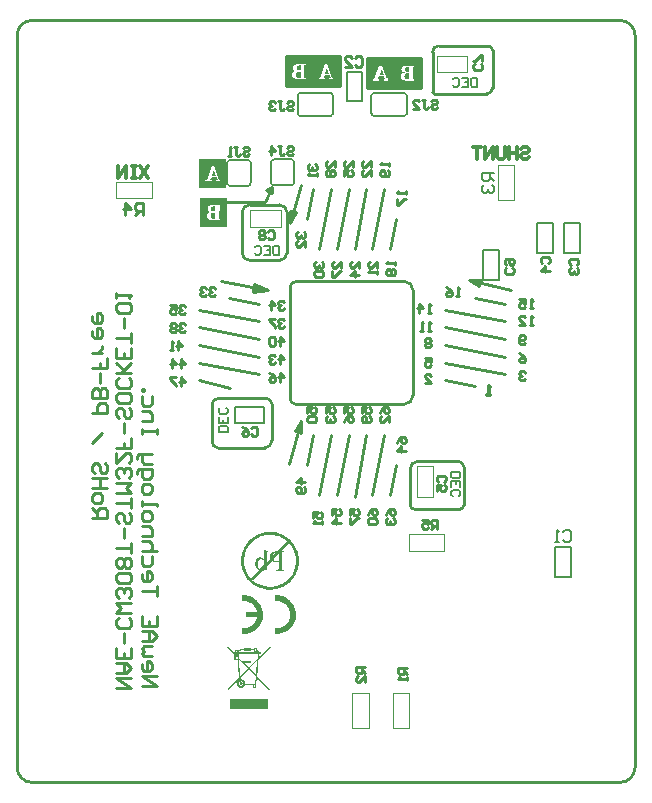
<source format=gbo>
G04*
G04 #@! TF.GenerationSoftware,Altium Limited,Altium Designer,21.2.2 (38)*
G04*
G04 Layer_Color=32896*
%FSLAX25Y25*%
%MOIN*%
G70*
G04*
G04 #@! TF.SameCoordinates,02BB65A1-8190-4807-ADF1-2835F9576F4A*
G04*
G04*
G04 #@! TF.FilePolarity,Positive*
G04*
G01*
G75*
%ADD11C,0.01000*%
%ADD12C,0.00787*%
%ADD13C,0.01200*%
%ADD14C,0.01181*%
%ADD15C,0.00700*%
%ADD16C,0.00800*%
%ADD57C,0.00394*%
%ADD58C,0.01100*%
%ADD59C,0.01010*%
%ADD60C,0.01020*%
G36*
X134647Y231500D02*
X125647D01*
Y241300D01*
X134647D01*
Y231500D01*
D02*
G37*
G36*
X107500Y232000D02*
X98500D01*
Y241800D01*
X107500D01*
Y232000D01*
D02*
G37*
G36*
X125647Y231500D02*
X116647D01*
Y241300D01*
X125647D01*
Y231500D01*
D02*
G37*
G36*
X70000Y185000D02*
X61000D01*
Y194800D01*
X70000D01*
Y185000D01*
D02*
G37*
G36*
X98500Y232000D02*
X89500D01*
Y241800D01*
X98500D01*
Y232000D01*
D02*
G37*
G36*
X69742Y198028D02*
X60742D01*
Y207828D01*
X69742D01*
Y198028D01*
D02*
G37*
G36*
X84500Y45222D02*
X80578Y41138D01*
X80462Y40038D01*
X80219Y37366D01*
X80022Y35445D01*
X84222Y31130D01*
X83933Y30852D01*
X79988Y34901D01*
X79756Y32414D01*
X79629D01*
Y31465D01*
X78750D01*
Y32414D01*
X76031D01*
X75927Y32229D01*
X75799Y32044D01*
X75603Y31835D01*
X75348Y31662D01*
X75059Y31569D01*
X74781Y31535D01*
X74492Y31546D01*
X74284Y31604D01*
X74041Y31708D01*
X73832Y31835D01*
X73671Y31997D01*
X73509Y32229D01*
X73393Y32483D01*
X73323Y32726D01*
X73300Y32923D01*
X73323Y33166D01*
X73358Y33351D01*
X73427Y33525D01*
X73532Y33721D01*
X73647Y33883D01*
X73809Y34034D01*
X73983Y34149D01*
X74145Y34230D01*
X74122Y34439D01*
X70662Y30852D01*
X70373Y31141D01*
X74087Y34982D01*
X73786Y38338D01*
X73578Y40767D01*
X72467D01*
Y42329D01*
X72756D01*
X69945Y45222D01*
X70234Y45500D01*
X72884Y42769D01*
Y42966D01*
X72826Y43012D01*
X72756Y43058D01*
X72687Y43128D01*
X72618Y43209D01*
X72583Y43313D01*
X72548Y43405D01*
X72537Y43521D01*
X72560Y43672D01*
X72594Y43753D01*
X72699Y43914D01*
X72814Y44019D01*
X72965Y44088D01*
X73127Y44111D01*
X73289Y44088D01*
X73427Y44030D01*
X73543Y43961D01*
X73601Y43891D01*
X73705Y43984D01*
X73879Y44100D01*
X74087Y44204D01*
X74388Y44319D01*
X74712Y44412D01*
X75036Y44481D01*
X75383Y44539D01*
X75661Y44574D01*
Y44921D01*
X77882D01*
Y44620D01*
X78056D01*
X78345Y44585D01*
X78646Y44551D01*
X78935Y44504D01*
Y44690D01*
X79895D01*
Y44238D01*
X80011Y44181D01*
X80161Y44111D01*
X80335Y44007D01*
X80474Y43914D01*
X80601Y43799D01*
X80694Y43718D01*
X80751Y43637D01*
X80798Y43544D01*
X80774Y43382D01*
X81330D01*
Y42676D01*
X80717D01*
X80624Y41762D01*
X84211Y45500D01*
X84500Y45222D01*
D02*
G37*
G36*
X83655Y27647D02*
Y27589D01*
Y27508D01*
Y27427D01*
Y27335D01*
Y27254D01*
Y27196D01*
Y27184D01*
Y27173D01*
Y26791D01*
Y26606D01*
Y26432D01*
Y26293D01*
Y26178D01*
Y26131D01*
Y26097D01*
Y26085D01*
Y26074D01*
Y25854D01*
Y25657D01*
Y25472D01*
Y25310D01*
Y25171D01*
Y25078D01*
Y25009D01*
Y24997D01*
Y24986D01*
Y24824D01*
Y24708D01*
Y24616D01*
Y24558D01*
Y24523D01*
Y24512D01*
Y24500D01*
X71009D01*
Y24523D01*
Y24581D01*
Y24650D01*
Y24743D01*
Y24836D01*
Y24905D01*
Y24963D01*
Y24986D01*
Y25368D01*
Y25553D01*
Y25715D01*
Y25865D01*
Y25969D01*
Y26016D01*
Y26050D01*
Y26062D01*
Y26074D01*
Y26293D01*
Y26502D01*
Y26687D01*
Y26849D01*
Y26987D01*
Y27092D01*
Y27150D01*
Y27173D01*
Y27265D01*
Y27335D01*
Y27462D01*
Y27555D01*
Y27612D01*
Y27647D01*
Y27659D01*
Y27670D01*
X83655D01*
Y27647D01*
D02*
G37*
G36*
X84698Y83573D02*
X85068Y83550D01*
X85427Y83515D01*
X85774Y83457D01*
X86121Y83399D01*
X86445Y83319D01*
X87093Y83145D01*
X87694Y82925D01*
X88261Y82682D01*
X88782Y82428D01*
X89025Y82300D01*
X89256Y82161D01*
X89476Y82034D01*
X89684Y81895D01*
X89881Y81768D01*
X90066Y81641D01*
X90240Y81514D01*
X90402Y81398D01*
X90541Y81282D01*
X90668Y81178D01*
X90784Y81085D01*
X90888Y81005D01*
X90980Y80923D01*
X91050Y80866D01*
X91107Y80808D01*
X91142Y80773D01*
X91165Y80750D01*
X91177Y80738D01*
X91431Y80472D01*
X91674Y80195D01*
X91894Y79917D01*
X92114Y79628D01*
X92299Y79339D01*
X92484Y79061D01*
X92658Y78760D01*
X92808Y78471D01*
X92947Y78181D01*
X93086Y77892D01*
X93306Y77325D01*
X93502Y76781D01*
X93641Y76261D01*
X93769Y75763D01*
X93815Y75532D01*
X93850Y75312D01*
X93884Y75115D01*
X93919Y74919D01*
X93942Y74734D01*
X93954Y74572D01*
X93965Y74421D01*
X93977Y74294D01*
X93988Y74178D01*
Y74074D01*
X94000Y74005D01*
Y73947D01*
Y73912D01*
Y73901D01*
X93988Y73530D01*
X93965Y73160D01*
X93931Y72801D01*
X93873Y72454D01*
X93815Y72107D01*
X93734Y71783D01*
X93560Y71135D01*
X93340Y70534D01*
X93109Y69967D01*
X92855Y69446D01*
X92716Y69203D01*
X92589Y68972D01*
X92461Y68752D01*
X92322Y68544D01*
X92195Y68347D01*
X92068Y68162D01*
X91952Y67988D01*
X91836Y67826D01*
X91721Y67687D01*
X91617Y67560D01*
X91524Y67444D01*
X91431Y67340D01*
X91362Y67248D01*
X91293Y67178D01*
X91246Y67120D01*
X91212Y67086D01*
X91189Y67063D01*
X91177Y67051D01*
X90911Y66797D01*
X90633Y66554D01*
X90355Y66322D01*
X90066Y66114D01*
X89777Y65917D01*
X89488Y65732D01*
X89198Y65570D01*
X88909Y65408D01*
X88620Y65269D01*
X88331Y65142D01*
X87764Y64911D01*
X87208Y64726D01*
X86688Y64575D01*
X86202Y64459D01*
X85970Y64402D01*
X85751Y64367D01*
X85542Y64332D01*
X85346Y64309D01*
X85160Y64274D01*
X84999Y64263D01*
X84848Y64251D01*
X84721Y64240D01*
X84605Y64228D01*
X84501D01*
X84432Y64217D01*
X84328D01*
X83957Y64228D01*
X83587Y64251D01*
X83228Y64286D01*
X82881Y64344D01*
X82546Y64402D01*
X82210Y64483D01*
X81574Y64656D01*
X80972Y64876D01*
X80405Y65119D01*
X79885Y65373D01*
X79642Y65501D01*
X79410Y65640D01*
X79190Y65767D01*
X78982Y65894D01*
X78786Y66033D01*
X78600Y66160D01*
X78427Y66276D01*
X78265Y66392D01*
X78126Y66507D01*
X77999Y66611D01*
X77883Y66704D01*
X77779Y66785D01*
X77686Y66866D01*
X77617Y66935D01*
X77559Y66982D01*
X77524Y67016D01*
X77501Y67040D01*
X77490Y67051D01*
X77235Y67317D01*
X76992Y67595D01*
X76761Y67873D01*
X76552Y68162D01*
X76356Y68451D01*
X76171Y68740D01*
X75997Y69030D01*
X75847Y69319D01*
X75696Y69608D01*
X75569Y69897D01*
X75338Y70464D01*
X75152Y71020D01*
X75002Y71540D01*
X74886Y72026D01*
X74828Y72258D01*
X74794Y72477D01*
X74759Y72686D01*
X74724Y72882D01*
X74701Y73067D01*
X74690Y73229D01*
X74678Y73380D01*
X74667Y73507D01*
X74655Y73623D01*
X74643Y73727D01*
Y73796D01*
Y73854D01*
Y73889D01*
Y73901D01*
X74655Y74271D01*
X74678Y74641D01*
X74713Y75000D01*
X74771Y75347D01*
X74828Y75682D01*
X74910Y76018D01*
X75083Y76654D01*
X75303Y77256D01*
X75546Y77823D01*
X75800Y78343D01*
X75928Y78586D01*
X76066Y78818D01*
X76194Y79038D01*
X76333Y79246D01*
X76460Y79443D01*
X76587Y79628D01*
X76714Y79801D01*
X76830Y79963D01*
X76946Y80102D01*
X77050Y80229D01*
X77143Y80345D01*
X77223Y80449D01*
X77305Y80542D01*
X77362Y80611D01*
X77420Y80669D01*
X77455Y80704D01*
X77478Y80727D01*
X77490Y80738D01*
X77756Y80993D01*
X78033Y81236D01*
X78311Y81467D01*
X78600Y81676D01*
X78890Y81872D01*
X79167Y82057D01*
X79468Y82231D01*
X79757Y82381D01*
X80047Y82532D01*
X80336Y82659D01*
X80903Y82890D01*
X81447Y83076D01*
X81967Y83226D01*
X82465Y83342D01*
X82696Y83399D01*
X82916Y83434D01*
X83113Y83469D01*
X83309Y83504D01*
X83494Y83527D01*
X83656Y83538D01*
X83807Y83550D01*
X83934Y83561D01*
X84050Y83573D01*
X84154Y83585D01*
X84328D01*
X84698Y83573D01*
D02*
G37*
G36*
X87041Y62377D02*
X87516Y62320D01*
X87967Y62227D01*
X88395Y62100D01*
X88800Y61961D01*
X89170Y61799D01*
X89529Y61625D01*
X89841Y61452D01*
X90131Y61278D01*
X90385Y61105D01*
X90605Y60943D01*
X90790Y60804D01*
X90929Y60677D01*
X91033Y60584D01*
X91102Y60526D01*
X91126Y60503D01*
X91461Y60144D01*
X91750Y59763D01*
X92005Y59381D01*
X92213Y58999D01*
X92398Y58606D01*
X92549Y58235D01*
X92676Y57865D01*
X92780Y57518D01*
X92850Y57194D01*
X92907Y56893D01*
X92954Y56627D01*
X92977Y56396D01*
X92988Y56292D01*
X93000Y56199D01*
Y56130D01*
X93012Y56060D01*
Y56014D01*
Y55979D01*
Y55956D01*
Y55945D01*
X92988Y55459D01*
X92931Y54984D01*
X92838Y54533D01*
X92711Y54105D01*
X92572Y53700D01*
X92410Y53330D01*
X92248Y52983D01*
X92063Y52659D01*
X91889Y52381D01*
X91727Y52126D01*
X91565Y51907D01*
X91415Y51721D01*
X91299Y51583D01*
X91207Y51467D01*
X91149Y51409D01*
X91126Y51386D01*
X90767Y51050D01*
X90385Y50761D01*
X90003Y50507D01*
X89610Y50298D01*
X89228Y50113D01*
X88846Y49963D01*
X88476Y49836D01*
X88129Y49731D01*
X87805Y49662D01*
X87504Y49604D01*
X87238Y49558D01*
X87007Y49535D01*
X86903Y49523D01*
X86810Y49512D01*
X86741D01*
X86671Y49500D01*
X86313D01*
X86208Y49512D01*
X86023D01*
X85965Y49523D01*
X85908D01*
Y51478D01*
X86127Y51455D01*
X86243Y51444D01*
X86336D01*
X86428Y51432D01*
X86555D01*
X86903Y51444D01*
X87227Y51490D01*
X87539Y51560D01*
X87840Y51640D01*
X88117Y51733D01*
X88384Y51849D01*
X88626Y51964D01*
X88846Y52092D01*
X89055Y52219D01*
X89228Y52335D01*
X89379Y52450D01*
X89506Y52543D01*
X89610Y52636D01*
X89691Y52693D01*
X89737Y52740D01*
X89749Y52751D01*
X89980Y53006D01*
X90188Y53272D01*
X90362Y53538D01*
X90513Y53816D01*
X90640Y54082D01*
X90744Y54348D01*
X90836Y54602D01*
X90906Y54845D01*
X90952Y55077D01*
X90998Y55285D01*
X91022Y55470D01*
X91045Y55632D01*
X91056Y55759D01*
X91068Y55863D01*
Y55921D01*
Y55945D01*
X91056Y56292D01*
X91010Y56616D01*
X90940Y56940D01*
X90860Y57240D01*
X90767Y57518D01*
X90651Y57784D01*
X90536Y58027D01*
X90408Y58247D01*
X90281Y58444D01*
X90165Y58617D01*
X90050Y58779D01*
X89957Y58906D01*
X89864Y58999D01*
X89807Y59080D01*
X89760Y59126D01*
X89749Y59138D01*
X89494Y59369D01*
X89228Y59578D01*
X88962Y59751D01*
X88684Y59913D01*
X88418Y60040D01*
X88152Y60144D01*
X87898Y60237D01*
X87655Y60306D01*
X87423Y60353D01*
X87215Y60399D01*
X87030Y60434D01*
X86868Y60445D01*
X86741Y60457D01*
X86637Y60468D01*
X86555D01*
X86313Y60457D01*
X86208D01*
X86104Y60445D01*
X86023Y60434D01*
X85965D01*
X85919Y60422D01*
X85908D01*
Y62366D01*
X86127Y62389D01*
X86232D01*
X86336Y62401D01*
X86555D01*
X87041Y62377D01*
D02*
G37*
G36*
X76073D02*
X76547Y62320D01*
X76999Y62227D01*
X77427Y62100D01*
X77832Y61961D01*
X78202Y61799D01*
X78549Y61625D01*
X78873Y61452D01*
X79151Y61278D01*
X79405Y61105D01*
X79625Y60943D01*
X79810Y60804D01*
X79949Y60677D01*
X80065Y60584D01*
X80123Y60526D01*
X80146Y60503D01*
X80481Y60144D01*
X80770Y59763D01*
X81025Y59381D01*
X81233Y58999D01*
X81418Y58606D01*
X81569Y58235D01*
X81696Y57865D01*
X81800Y57518D01*
X81870Y57194D01*
X81928Y56893D01*
X81974Y56627D01*
X81997Y56396D01*
X82008Y56292D01*
X82020Y56199D01*
Y56130D01*
X82032Y56060D01*
Y56014D01*
Y55979D01*
Y55956D01*
Y55945D01*
X82008Y55459D01*
X81951Y54984D01*
X81858Y54533D01*
X81731Y54105D01*
X81592Y53700D01*
X81430Y53330D01*
X81268Y52983D01*
X81083Y52659D01*
X80909Y52381D01*
X80747Y52126D01*
X80585Y51907D01*
X80435Y51721D01*
X80319Y51583D01*
X80227Y51467D01*
X80169Y51409D01*
X80146Y51386D01*
X79787Y51050D01*
X79405Y50761D01*
X79023Y50507D01*
X78642Y50298D01*
X78248Y50113D01*
X77878Y49963D01*
X77508Y49836D01*
X77161Y49731D01*
X76837Y49662D01*
X76536Y49604D01*
X76270Y49558D01*
X76038Y49535D01*
X75934Y49523D01*
X75842Y49512D01*
X75772D01*
X75703Y49500D01*
X75344D01*
X75240Y49512D01*
X75055D01*
X74997Y49523D01*
X74939D01*
X74951Y51478D01*
X75171Y51455D01*
X75275Y51444D01*
X75379D01*
X75460Y51432D01*
X75587D01*
X75876Y51444D01*
X76166Y51478D01*
X76443Y51525D01*
X76698Y51583D01*
X76952Y51664D01*
X77184Y51745D01*
X77404Y51837D01*
X77600Y51930D01*
X77785Y52022D01*
X77947Y52115D01*
X78086Y52196D01*
X78202Y52277D01*
X78294Y52335D01*
X78364Y52381D01*
X78410Y52416D01*
X78422Y52427D01*
X78642Y52624D01*
X78850Y52821D01*
X79023Y53029D01*
X79185Y53249D01*
X79336Y53457D01*
X79463Y53677D01*
X79579Y53885D01*
X79671Y54082D01*
X79752Y54267D01*
X79822Y54440D01*
X79880Y54591D01*
X79926Y54730D01*
X79961Y54834D01*
X79984Y54915D01*
X79995Y54961D01*
Y54984D01*
X76223D01*
Y56916D01*
X79995D01*
X79926Y57206D01*
X79833Y57472D01*
X79729Y57738D01*
X79614Y57981D01*
X79486Y58201D01*
X79359Y58409D01*
X79220Y58606D01*
X79093Y58779D01*
X78966Y58941D01*
X78838Y59080D01*
X78734Y59196D01*
X78630Y59288D01*
X78549Y59369D01*
X78491Y59427D01*
X78445Y59462D01*
X78433Y59473D01*
X78190Y59647D01*
X77947Y59797D01*
X77705Y59936D01*
X77461Y60052D01*
X77219Y60144D01*
X76987Y60225D01*
X76756Y60295D01*
X76536Y60341D01*
X76339Y60387D01*
X76154Y60410D01*
X75992Y60434D01*
X75853Y60457D01*
X75738D01*
X75657Y60468D01*
X75587D01*
X75344Y60457D01*
X75240D01*
X75136Y60445D01*
X75055Y60434D01*
X74997D01*
X74951Y60422D01*
X74939D01*
Y62366D01*
X75078Y62377D01*
X75194Y62389D01*
X75309D01*
X75402Y62401D01*
X75587D01*
X76073Y62377D01*
D02*
G37*
%LPC*%
G36*
X132423Y238879D02*
X129722D01*
X129700Y238875D01*
X129644D01*
X129574Y238868D01*
X129496Y238864D01*
X129411Y238853D01*
X129318Y238842D01*
X129218Y238824D01*
X129119Y238805D01*
X129015Y238779D01*
X128915Y238750D01*
X128815Y238716D01*
X128723Y238672D01*
X128634Y238627D01*
X128552Y238572D01*
X128549Y238568D01*
X128534Y238557D01*
X128516Y238539D01*
X128490Y238516D01*
X128456Y238483D01*
X128423Y238442D01*
X128386Y238398D01*
X128345Y238342D01*
X128308Y238283D01*
X128271Y238213D01*
X128238Y238139D01*
X128205Y238058D01*
X128179Y237969D01*
X128160Y237869D01*
X128146Y237765D01*
X128142Y237654D01*
Y237651D01*
Y237636D01*
Y237610D01*
X128146Y237580D01*
X128149Y237543D01*
X128157Y237499D01*
X128164Y237451D01*
X128175Y237399D01*
X128190Y237344D01*
X128212Y237288D01*
X128234Y237229D01*
X128260Y237170D01*
X128294Y237114D01*
X128331Y237055D01*
X128375Y237003D01*
X128423Y236951D01*
X128427Y236948D01*
X128438Y236940D01*
X128453Y236925D01*
X128475Y236911D01*
X128504Y236888D01*
X128541Y236866D01*
X128582Y236840D01*
X128634Y236814D01*
X128689Y236785D01*
X128752Y236759D01*
X128819Y236729D01*
X128893Y236703D01*
X128974Y236681D01*
X129063Y236659D01*
X129159Y236641D01*
X129259Y236626D01*
X129252D01*
X129230Y236622D01*
X129196Y236618D01*
X129148Y236611D01*
X129093Y236600D01*
X129030Y236585D01*
X128956Y236570D01*
X128878Y236548D01*
X128797Y236526D01*
X128715Y236496D01*
X128627Y236467D01*
X128541Y236426D01*
X128460Y236385D01*
X128379Y236337D01*
X128301Y236285D01*
X128231Y236226D01*
X128227Y236222D01*
X128216Y236211D01*
X128197Y236193D01*
X128175Y236167D01*
X128146Y236134D01*
X128116Y236093D01*
X128086Y236049D01*
X128049Y235997D01*
X128016Y235934D01*
X127986Y235871D01*
X127953Y235797D01*
X127927Y235719D01*
X127905Y235638D01*
X127886Y235549D01*
X127875Y235453D01*
X127872Y235353D01*
Y235375D01*
Y235353D01*
Y235320D01*
X127875Y235283D01*
X127879Y235231D01*
X127886Y235172D01*
X127898Y235101D01*
X127912Y235024D01*
X127935Y234942D01*
X127961Y234853D01*
X127994Y234765D01*
X128034Y234676D01*
X128083Y234583D01*
X128138Y234498D01*
X128205Y234417D01*
X128282Y234339D01*
X128371Y234269D01*
X128379Y234265D01*
X128393Y234254D01*
X128423Y234236D01*
X128467Y234213D01*
X128519Y234187D01*
X128586Y234158D01*
X128664Y234128D01*
X128756Y234095D01*
X128860Y234062D01*
X128974Y234032D01*
X129104Y234002D01*
X129244Y233977D01*
X129400Y233954D01*
X129566Y233936D01*
X129748Y233925D01*
X129944Y233921D01*
X127872D01*
D01*
X132423D01*
Y234343D01*
Y234321D01*
X131853D01*
Y238476D01*
X132423D01*
Y238283D01*
Y238879D01*
D02*
G37*
%LPD*%
G36*
X130699Y236811D02*
X130258D01*
X130221Y236814D01*
X130181Y236818D01*
X130129Y236822D01*
X130077Y236829D01*
X130018Y236837D01*
X129896Y236862D01*
X129766Y236899D01*
X129707Y236922D01*
X129648Y236951D01*
X129592Y236981D01*
X129544Y237018D01*
X129540Y237022D01*
X129533Y237029D01*
X129522Y237040D01*
X129503Y237059D01*
X129485Y237081D01*
X129466Y237107D01*
X129444Y237140D01*
X129418Y237177D01*
X129396Y237218D01*
X129374Y237266D01*
X129355Y237318D01*
X129333Y237373D01*
X129318Y237436D01*
X129307Y237503D01*
X129300Y237577D01*
X129296Y237654D01*
Y237658D01*
Y237673D01*
Y237695D01*
X129300Y237725D01*
X129304Y237762D01*
X129307Y237802D01*
X129315Y237847D01*
X129326Y237895D01*
X129355Y237998D01*
X129374Y238050D01*
X129400Y238102D01*
X129426Y238150D01*
X129459Y238198D01*
X129496Y238243D01*
X129540Y238280D01*
X129544Y238283D01*
X129551Y238287D01*
X129566Y238298D01*
X129585Y238309D01*
X129611Y238324D01*
X129644Y238342D01*
X129681Y238361D01*
X129725Y238380D01*
X129777Y238394D01*
X129833Y238413D01*
X129896Y238431D01*
X129966Y238446D01*
X130040Y238457D01*
X130121Y238468D01*
X130210Y238472D01*
X130306Y238476D01*
X130699D01*
Y236811D01*
D02*
G37*
G36*
Y234321D02*
X130214D01*
X130177Y234324D01*
X130129Y234328D01*
X130077Y234335D01*
X130018Y234343D01*
X129951Y234354D01*
X129814Y234384D01*
X129744Y234402D01*
X129677Y234428D01*
X129607Y234457D01*
X129544Y234491D01*
X129485Y234528D01*
X129429Y234572D01*
X129426Y234576D01*
X129418Y234583D01*
X129403Y234598D01*
X129385Y234620D01*
X129367Y234646D01*
X129341Y234680D01*
X129315Y234720D01*
X129289Y234765D01*
X129263Y234816D01*
X129241Y234876D01*
X129215Y234939D01*
X129196Y235009D01*
X129178Y235086D01*
X129163Y235168D01*
X129156Y235257D01*
X129152Y235353D01*
Y235360D01*
Y235375D01*
Y235405D01*
X129156Y235442D01*
X129159Y235486D01*
X129167Y235534D01*
X129174Y235593D01*
X129185Y235653D01*
X129200Y235716D01*
X129218Y235782D01*
X129241Y235849D01*
X129270Y235912D01*
X129300Y235978D01*
X129337Y236037D01*
X129381Y236097D01*
X129429Y236148D01*
X129433Y236152D01*
X129440Y236159D01*
X129459Y236174D01*
X129481Y236189D01*
X129511Y236208D01*
X129548Y236230D01*
X129588Y236256D01*
X129637Y236282D01*
X129696Y236304D01*
X129755Y236330D01*
X129825Y236352D01*
X129899Y236370D01*
X129984Y236385D01*
X130073Y236400D01*
X130166Y236407D01*
X130269Y236411D01*
X130699D01*
Y234321D01*
D02*
G37*
%LPC*%
G36*
X105427Y239379D02*
X100565D01*
D01*
X102674D01*
X100991Y234821D01*
X100565D01*
Y234421D01*
X102652D01*
Y234821D01*
X102219D01*
X102589Y235834D01*
X104262D01*
X104639Y234821D01*
X104106D01*
Y234421D01*
X105427D01*
Y239379D01*
D02*
G37*
%LPD*%
G36*
X104117Y236238D02*
X102734D01*
X103422Y238132D01*
X104117Y236238D01*
D02*
G37*
G36*
X105427Y234821D02*
X105068D01*
X103389Y239379D01*
X105427D01*
Y234821D01*
D02*
G37*
%LPC*%
G36*
X123574Y238879D02*
Y234321D01*
X123215D01*
X121536Y238879D01*
X120822D01*
X119138Y234321D01*
X118713D01*
Y233921D01*
X120799D01*
Y234321D01*
X120367D01*
X120737Y235334D01*
X122409D01*
X122786Y234321D01*
X122254D01*
Y233921D01*
X121587D01*
X123574D01*
Y238879D01*
D02*
G37*
%LPD*%
G36*
X122265Y235738D02*
X120881D01*
X121569Y237632D01*
X122265Y235738D01*
D02*
G37*
%LPC*%
G36*
X67775Y192379D02*
X63225D01*
X65074D01*
X65052Y192375D01*
X64997D01*
X64926Y192368D01*
X64849Y192364D01*
X64764Y192353D01*
X64671Y192342D01*
X64571Y192324D01*
X64471Y192305D01*
X64368Y192279D01*
X64268Y192250D01*
X64168Y192216D01*
X64075Y192172D01*
X63987Y192127D01*
X63905Y192072D01*
X63902Y192068D01*
X63887Y192057D01*
X63868Y192039D01*
X63842Y192016D01*
X63809Y191983D01*
X63776Y191942D01*
X63739Y191898D01*
X63698Y191842D01*
X63661Y191783D01*
X63624Y191713D01*
X63591Y191639D01*
X63557Y191558D01*
X63532Y191469D01*
X63513Y191369D01*
X63498Y191265D01*
X63495Y191154D01*
Y191151D01*
Y191136D01*
Y191110D01*
X63498Y191080D01*
X63502Y191043D01*
X63509Y190999D01*
X63517Y190951D01*
X63528Y190899D01*
X63543Y190843D01*
X63565Y190788D01*
X63587Y190729D01*
X63613Y190670D01*
X63646Y190614D01*
X63683Y190555D01*
X63728Y190503D01*
X63776Y190451D01*
X63779Y190448D01*
X63791Y190440D01*
X63805Y190425D01*
X63828Y190411D01*
X63857Y190388D01*
X63894Y190366D01*
X63935Y190340D01*
X63987Y190314D01*
X64042Y190285D01*
X64105Y190259D01*
X64172Y190229D01*
X64246Y190203D01*
X64327Y190181D01*
X64416Y190159D01*
X64512Y190140D01*
X64612Y190126D01*
X64605D01*
X64582Y190122D01*
X64549Y190118D01*
X64501Y190111D01*
X64446Y190100D01*
X64383Y190085D01*
X64309Y190070D01*
X64231Y190048D01*
X64149Y190026D01*
X64068Y189996D01*
X63979Y189967D01*
X63894Y189926D01*
X63813Y189885D01*
X63731Y189837D01*
X63654Y189785D01*
X63583Y189726D01*
X63580Y189722D01*
X63569Y189711D01*
X63550Y189693D01*
X63528Y189667D01*
X63498Y189634D01*
X63469Y189593D01*
X63439Y189549D01*
X63402Y189497D01*
X63369Y189434D01*
X63339Y189371D01*
X63306Y189297D01*
X63280Y189219D01*
X63258Y189138D01*
X63239Y189049D01*
X63228Y188953D01*
X63225Y188853D01*
Y188820D01*
X63228Y188783D01*
X63232Y188731D01*
X63239Y188672D01*
X63250Y188601D01*
X63265Y188524D01*
X63287Y188442D01*
X63313Y188353D01*
X63347Y188265D01*
X63387Y188176D01*
X63435Y188083D01*
X63491Y187998D01*
X63557Y187917D01*
X63635Y187839D01*
X63724Y187769D01*
X63731Y187765D01*
X63746Y187754D01*
X63776Y187735D01*
X63820Y187713D01*
X63872Y187687D01*
X63939Y187658D01*
X64016Y187628D01*
X64109Y187595D01*
X64212Y187562D01*
X64327Y187532D01*
X64457Y187502D01*
X64597Y187477D01*
X64753Y187454D01*
X64919Y187436D01*
X65100Y187425D01*
X65297Y187421D01*
X63225D01*
X67775D01*
Y187839D01*
Y187821D01*
X67206D01*
Y191976D01*
X67775D01*
Y190555D01*
Y192379D01*
D02*
G37*
%LPD*%
G36*
X66051Y190311D02*
X65611D01*
X65574Y190314D01*
X65533Y190318D01*
X65482Y190322D01*
X65430Y190329D01*
X65371Y190337D01*
X65248Y190363D01*
X65119Y190400D01*
X65060Y190422D01*
X65000Y190451D01*
X64945Y190481D01*
X64897Y190518D01*
X64893Y190522D01*
X64886Y190529D01*
X64875Y190540D01*
X64856Y190559D01*
X64838Y190581D01*
X64819Y190607D01*
X64797Y190640D01*
X64771Y190677D01*
X64749Y190718D01*
X64727Y190766D01*
X64708Y190818D01*
X64686Y190873D01*
X64671Y190936D01*
X64660Y191003D01*
X64653Y191077D01*
X64649Y191154D01*
Y191158D01*
Y191173D01*
Y191195D01*
X64653Y191225D01*
X64656Y191262D01*
X64660Y191302D01*
X64667Y191347D01*
X64679Y191395D01*
X64708Y191498D01*
X64727Y191550D01*
X64753Y191602D01*
X64779Y191650D01*
X64812Y191698D01*
X64849Y191743D01*
X64893Y191780D01*
X64897Y191783D01*
X64904Y191787D01*
X64919Y191798D01*
X64938Y191809D01*
X64964Y191824D01*
X64997Y191842D01*
X65034Y191861D01*
X65078Y191879D01*
X65130Y191894D01*
X65185Y191913D01*
X65248Y191931D01*
X65319Y191946D01*
X65393Y191957D01*
X65474Y191968D01*
X65563Y191972D01*
X65659Y191976D01*
X66051D01*
Y190311D01*
D02*
G37*
G36*
Y187821D02*
X65567D01*
X65530Y187824D01*
X65482Y187828D01*
X65430Y187835D01*
X65371Y187843D01*
X65304Y187854D01*
X65167Y187883D01*
X65097Y187902D01*
X65030Y187928D01*
X64960Y187958D01*
X64897Y187991D01*
X64838Y188028D01*
X64782Y188072D01*
X64779Y188076D01*
X64771Y188083D01*
X64756Y188098D01*
X64738Y188120D01*
X64719Y188146D01*
X64693Y188180D01*
X64667Y188220D01*
X64642Y188265D01*
X64616Y188316D01*
X64593Y188376D01*
X64568Y188438D01*
X64549Y188509D01*
X64531Y188586D01*
X64516Y188668D01*
X64508Y188757D01*
X64505Y188853D01*
Y188860D01*
Y188875D01*
Y188905D01*
X64508Y188942D01*
X64512Y188986D01*
X64520Y189034D01*
X64527Y189093D01*
X64538Y189153D01*
X64553Y189216D01*
X64571Y189282D01*
X64593Y189349D01*
X64623Y189412D01*
X64653Y189478D01*
X64690Y189537D01*
X64734Y189597D01*
X64782Y189648D01*
X64786Y189652D01*
X64793Y189660D01*
X64812Y189674D01*
X64834Y189689D01*
X64864Y189708D01*
X64901Y189730D01*
X64941Y189756D01*
X64989Y189782D01*
X65049Y189804D01*
X65108Y189830D01*
X65178Y189852D01*
X65252Y189870D01*
X65337Y189885D01*
X65426Y189900D01*
X65518Y189907D01*
X65622Y189911D01*
X66051D01*
Y187821D01*
D02*
G37*
%LPC*%
G36*
X96276Y239379D02*
X93575D01*
X93552Y239375D01*
X93497D01*
X93427Y239368D01*
X93349Y239364D01*
X93264Y239353D01*
X93171Y239342D01*
X93071Y239323D01*
X92971Y239305D01*
X92868Y239279D01*
X92768Y239249D01*
X92668Y239216D01*
X92576Y239172D01*
X92487Y239127D01*
X92405Y239072D01*
X92402Y239068D01*
X92387Y239057D01*
X92368Y239039D01*
X92342Y239016D01*
X92309Y238983D01*
X92276Y238942D01*
X92239Y238898D01*
X92198Y238843D01*
X92161Y238783D01*
X92124Y238713D01*
X92091Y238639D01*
X92058Y238558D01*
X92032Y238469D01*
X92013Y238369D01*
X91998Y238265D01*
X91995Y238154D01*
Y238151D01*
Y238136D01*
Y238110D01*
X91998Y238080D01*
X92002Y238043D01*
X92009Y237999D01*
X92017Y237951D01*
X92028Y237899D01*
X92043Y237843D01*
X92065Y237788D01*
X92087Y237729D01*
X92113Y237670D01*
X92146Y237614D01*
X92183Y237555D01*
X92228Y237503D01*
X92276Y237451D01*
X92279Y237448D01*
X92291Y237440D01*
X92305Y237425D01*
X92328Y237411D01*
X92357Y237388D01*
X92394Y237366D01*
X92435Y237340D01*
X92487Y237314D01*
X92542Y237285D01*
X92605Y237259D01*
X92672Y237229D01*
X92746Y237203D01*
X92827Y237181D01*
X92916Y237159D01*
X93012Y237140D01*
X93112Y237126D01*
X93105D01*
X93082Y237122D01*
X93049Y237118D01*
X93001Y237111D01*
X92945Y237100D01*
X92883Y237085D01*
X92809Y237070D01*
X92731Y237048D01*
X92650Y237026D01*
X92568Y236996D01*
X92479Y236967D01*
X92394Y236926D01*
X92313Y236885D01*
X92231Y236837D01*
X92154Y236785D01*
X92083Y236726D01*
X92080Y236722D01*
X92069Y236711D01*
X92050Y236693D01*
X92028Y236667D01*
X91998Y236634D01*
X91969Y236593D01*
X91939Y236548D01*
X91902Y236497D01*
X91869Y236434D01*
X91839Y236371D01*
X91806Y236297D01*
X91780Y236219D01*
X91758Y236138D01*
X91739Y236049D01*
X91728Y235953D01*
X91724Y235853D01*
Y235875D01*
Y235853D01*
Y235820D01*
X91728Y235783D01*
X91732Y235731D01*
X91739Y235672D01*
X91750Y235601D01*
X91765Y235524D01*
X91787Y235442D01*
X91813Y235353D01*
X91847Y235265D01*
X91887Y235176D01*
X91935Y235083D01*
X91991Y234998D01*
X92058Y234917D01*
X92135Y234839D01*
X92224Y234769D01*
X92231Y234765D01*
X92246Y234754D01*
X92276Y234735D01*
X92320Y234713D01*
X92372Y234687D01*
X92439Y234658D01*
X92516Y234628D01*
X92609Y234595D01*
X92712Y234562D01*
X92827Y234532D01*
X92957Y234502D01*
X93097Y234476D01*
X93253Y234454D01*
X93419Y234436D01*
X93600Y234425D01*
X93796Y234421D01*
X91724D01*
D01*
X96276D01*
Y234843D01*
Y234821D01*
X95706D01*
Y238976D01*
X96276D01*
Y238783D01*
Y239379D01*
D02*
G37*
%LPD*%
G36*
X94551Y237311D02*
X94111D01*
X94074Y237314D01*
X94033Y237318D01*
X93981Y237322D01*
X93930Y237329D01*
X93871Y237337D01*
X93748Y237363D01*
X93619Y237400D01*
X93560Y237422D01*
X93501Y237451D01*
X93445Y237481D01*
X93397Y237518D01*
X93393Y237522D01*
X93386Y237529D01*
X93375Y237540D01*
X93356Y237559D01*
X93338Y237581D01*
X93319Y237607D01*
X93297Y237640D01*
X93271Y237677D01*
X93249Y237718D01*
X93227Y237766D01*
X93208Y237818D01*
X93186Y237873D01*
X93171Y237936D01*
X93160Y238003D01*
X93153Y238077D01*
X93149Y238154D01*
Y238158D01*
Y238173D01*
Y238195D01*
X93153Y238225D01*
X93156Y238262D01*
X93160Y238302D01*
X93168Y238347D01*
X93179Y238395D01*
X93208Y238498D01*
X93227Y238550D01*
X93253Y238602D01*
X93278Y238650D01*
X93312Y238698D01*
X93349Y238743D01*
X93393Y238780D01*
X93397Y238783D01*
X93404Y238787D01*
X93419Y238798D01*
X93438Y238809D01*
X93463Y238824D01*
X93497Y238843D01*
X93534Y238861D01*
X93578Y238879D01*
X93630Y238894D01*
X93686Y238913D01*
X93748Y238931D01*
X93819Y238946D01*
X93893Y238957D01*
X93974Y238968D01*
X94063Y238972D01*
X94159Y238976D01*
X94551D01*
Y237311D01*
D02*
G37*
G36*
Y234821D02*
X94067D01*
X94030Y234824D01*
X93981Y234828D01*
X93930Y234835D01*
X93871Y234843D01*
X93804Y234854D01*
X93667Y234883D01*
X93597Y234902D01*
X93530Y234928D01*
X93460Y234958D01*
X93397Y234991D01*
X93338Y235028D01*
X93282Y235072D01*
X93278Y235076D01*
X93271Y235083D01*
X93256Y235098D01*
X93238Y235120D01*
X93219Y235146D01*
X93193Y235179D01*
X93168Y235220D01*
X93142Y235265D01*
X93116Y235316D01*
X93094Y235376D01*
X93068Y235438D01*
X93049Y235509D01*
X93031Y235587D01*
X93016Y235668D01*
X93008Y235757D01*
X93005Y235853D01*
Y235860D01*
Y235875D01*
Y235905D01*
X93008Y235942D01*
X93012Y235986D01*
X93019Y236034D01*
X93027Y236093D01*
X93038Y236153D01*
X93053Y236215D01*
X93071Y236282D01*
X93094Y236349D01*
X93123Y236412D01*
X93153Y236478D01*
X93190Y236537D01*
X93234Y236597D01*
X93282Y236648D01*
X93286Y236652D01*
X93293Y236660D01*
X93312Y236674D01*
X93334Y236689D01*
X93364Y236708D01*
X93401Y236730D01*
X93441Y236756D01*
X93489Y236782D01*
X93549Y236804D01*
X93608Y236830D01*
X93678Y236852D01*
X93752Y236870D01*
X93837Y236885D01*
X93926Y236900D01*
X94019Y236907D01*
X94122Y236911D01*
X94551D01*
Y234821D01*
D02*
G37*
%LPC*%
G36*
X67669Y205407D02*
X62808D01*
X64917D01*
X63233Y200849D01*
X62808D01*
Y200449D01*
X64894D01*
Y200849D01*
X64461D01*
X64832Y201862D01*
X66504D01*
X66881Y200849D01*
X66348D01*
Y200449D01*
X67669D01*
Y200849D01*
X67311D01*
X65631Y205407D01*
X67669D01*
D01*
D02*
G37*
%LPD*%
G36*
X66360Y202266D02*
X64976D01*
X65664Y204160D01*
X66360Y202266D01*
D02*
G37*
%LPC*%
G36*
X77465Y44528D02*
X76054D01*
Y44296D01*
X77465D01*
Y44528D01*
D02*
G37*
G36*
X77882Y44204D02*
Y43891D01*
X75661D01*
Y44157D01*
X75198Y44088D01*
X74781Y43984D01*
X74434Y43891D01*
X74156Y43764D01*
X73937Y43637D01*
X73775Y43486D01*
Y43382D01*
X78935D01*
Y44065D01*
X78622Y44123D01*
X78275Y44169D01*
X77882Y44204D01*
D02*
G37*
G36*
X79502Y44296D02*
X79340D01*
Y43764D01*
X79490D01*
X79502Y44296D01*
D02*
G37*
G36*
X79895Y43776D02*
Y43382D01*
X80370D01*
X80381Y43452D01*
X80265Y43567D01*
X80115Y43672D01*
X79895Y43776D01*
D02*
G37*
G36*
X73185Y43706D02*
X73150D01*
X73080Y43695D01*
X73034Y43672D01*
X72988Y43648D01*
X72965Y43614D01*
X72942Y43544D01*
Y43521D01*
Y43510D01*
X72953Y43440D01*
X72976Y43394D01*
X73011Y43359D01*
X73046Y43336D01*
X73115Y43313D01*
X73150D01*
X73219Y43324D01*
X73265Y43347D01*
X73300Y43371D01*
X73323Y43417D01*
X73347Y43475D01*
Y43498D01*
Y43510D01*
X73335Y43579D01*
X73312Y43625D01*
X73289Y43660D01*
X73242Y43683D01*
X73185Y43706D01*
D02*
G37*
G36*
X73647Y41936D02*
X72872D01*
Y41172D01*
X73647D01*
Y41936D01*
D02*
G37*
G36*
X77523Y40189D02*
X75441D01*
Y40062D01*
X77523D01*
Y40189D01*
D02*
G37*
G36*
X80312Y42676D02*
X73832D01*
X73867Y42329D01*
X74041D01*
Y41589D01*
X75013Y40594D01*
X77928D01*
Y39668D01*
X75915D01*
X77257Y38280D01*
X80184Y41323D01*
X80312Y42676D01*
D02*
G37*
G36*
X80127Y40675D02*
X77535Y37991D01*
X79664Y35804D01*
X80127Y40675D01*
D02*
G37*
G36*
X74041Y41010D02*
Y40767D01*
X73994D01*
X74457Y35376D01*
X76980Y37991D01*
X75348Y39668D01*
X75013D01*
Y40004D01*
X74041Y41010D01*
D02*
G37*
G36*
X77257Y37701D02*
X74503Y34844D01*
X74550Y34346D01*
X74735Y34358D01*
X74943Y34346D01*
X75198Y34277D01*
X75441Y34149D01*
X75626Y34022D01*
X75799Y33849D01*
X75950Y33629D01*
X76077Y33351D01*
X76135Y33039D01*
X76123Y32830D01*
X79386D01*
X79618Y35272D01*
X77257Y37701D01*
D02*
G37*
G36*
X74793Y33652D02*
X74723D01*
X74596Y33640D01*
X74492Y33617D01*
X74399Y33582D01*
X74318Y33548D01*
X74249Y33490D01*
X74203Y33432D01*
X74110Y33305D01*
X74064Y33166D01*
X74041Y33062D01*
X74029Y33015D01*
Y32981D01*
Y32958D01*
Y32946D01*
X74041Y32819D01*
X74064Y32715D01*
X74099Y32622D01*
X74133Y32541D01*
X74191Y32483D01*
X74249Y32425D01*
X74376Y32344D01*
X74503Y32287D01*
X74619Y32263D01*
X74654Y32252D01*
X74723D01*
X74851Y32263D01*
X74955Y32287D01*
X75047Y32321D01*
X75128Y32356D01*
X75198Y32414D01*
X75256Y32472D01*
X75337Y32599D01*
X75394Y32726D01*
X75418Y32842D01*
X75429Y32877D01*
Y32911D01*
Y32934D01*
Y32946D01*
X75418Y33073D01*
X75394Y33178D01*
X75360Y33270D01*
X75313Y33351D01*
X75267Y33421D01*
X75209Y33478D01*
X75071Y33559D01*
X74943Y33617D01*
X74827Y33640D01*
X74793Y33652D01*
D02*
G37*
G36*
X79236Y32425D02*
X79143D01*
Y31859D01*
X79236D01*
Y32425D01*
D02*
G37*
%LPD*%
G36*
X74885Y33397D02*
X75001Y33351D01*
X75082Y33270D01*
X75140Y33189D01*
X75175Y33097D01*
X75186Y33015D01*
X75198Y32969D01*
Y32946D01*
X75175Y32796D01*
X75128Y32680D01*
X75047Y32599D01*
X74955Y32541D01*
X74874Y32506D01*
X74793Y32495D01*
X74747Y32483D01*
X74723D01*
X74573Y32506D01*
X74457Y32553D01*
X74376Y32634D01*
X74318Y32715D01*
X74284Y32796D01*
X74272Y32877D01*
X74261Y32923D01*
Y32946D01*
X74284Y33108D01*
X74330Y33224D01*
X74411Y33305D01*
X74492Y33363D01*
X74573Y33397D01*
X74654Y33409D01*
X74700Y33421D01*
X74723D01*
X74885Y33397D01*
D02*
G37*
%LPC*%
G36*
X74735Y33015D02*
X74723D01*
X74677Y33004D01*
X74665Y32981D01*
X74654Y32958D01*
Y32946D01*
X74665Y32911D01*
X74689Y32888D01*
X74712Y32877D01*
X74723D01*
X74758Y32888D01*
X74781Y32911D01*
X74793Y32934D01*
Y32946D01*
X74781Y32992D01*
X74758Y33004D01*
X74735Y33015D01*
D02*
G37*
G36*
X90124Y80403D02*
X90118Y80397D01*
X90240Y80287D01*
X90483Y80056D01*
X90124Y80403D01*
D02*
G37*
G36*
X90483Y80056D02*
X90495Y80043D01*
X90506Y80021D01*
X90541Y79986D01*
X90587Y79940D01*
X90645Y79871D01*
X90714Y79801D01*
X90795Y79709D01*
X90807Y79720D01*
X90495Y80043D01*
X90494Y80044D01*
X90483Y80056D01*
D02*
G37*
G36*
X84490Y82613D02*
X84328D01*
X83992Y82601D01*
X83668Y82590D01*
X83344Y82555D01*
X83032Y82509D01*
X82418Y82381D01*
X81840Y82219D01*
X81296Y82023D01*
X80799Y81803D01*
X80324Y81572D01*
X79896Y81340D01*
X79514Y81097D01*
X79329Y80981D01*
X79167Y80866D01*
X79017Y80750D01*
X78878Y80646D01*
X78739Y80553D01*
X78623Y80461D01*
X78519Y80368D01*
X78427Y80287D01*
X78357Y80229D01*
X78288Y80172D01*
X78242Y80114D01*
X78207Y80090D01*
X78184Y80067D01*
X78172Y80056D01*
X77941Y79813D01*
X77721Y79570D01*
X77513Y79315D01*
X77328Y79061D01*
X77154Y78806D01*
X76992Y78540D01*
X76830Y78286D01*
X76691Y78019D01*
X76448Y77499D01*
X76240Y76990D01*
X76066Y76492D01*
X75939Y76029D01*
X75823Y75578D01*
X75754Y75173D01*
X75719Y74988D01*
X75696Y74815D01*
X75673Y74653D01*
X75650Y74502D01*
X75638Y74375D01*
X75627Y74248D01*
Y74143D01*
X75615Y74063D01*
Y73993D01*
Y73947D01*
Y73912D01*
Y73901D01*
X75627Y73565D01*
X75638Y73241D01*
X75673Y72917D01*
X75719Y72605D01*
X75847Y71991D01*
X76009Y71413D01*
X76205Y70869D01*
X76425Y70360D01*
X76657Y69897D01*
X76888Y69469D01*
X77131Y69076D01*
X77247Y68902D01*
X77362Y68729D01*
X77478Y68578D01*
X77582Y68440D01*
X77675Y68312D01*
X77767Y68185D01*
X77833Y68111D01*
X80509Y70788D01*
X80370Y70881D01*
X80243Y70973D01*
X80197Y71020D01*
X80162Y71054D01*
X80139Y71066D01*
X80128Y71078D01*
X79989Y71216D01*
X79873Y71355D01*
X79769Y71506D01*
X79688Y71667D01*
X79607Y71818D01*
X79549Y71968D01*
X79457Y72269D01*
X79422Y72408D01*
X79399Y72524D01*
X79387Y72639D01*
X79375Y72744D01*
X79364Y72813D01*
Y72882D01*
Y72917D01*
Y72929D01*
Y73114D01*
X79387Y73287D01*
X79445Y73588D01*
X79526Y73866D01*
X79561Y73981D01*
X79607Y74086D01*
X79653Y74178D01*
X79699Y74259D01*
X79746Y74329D01*
X79781Y74387D01*
X79815Y74433D01*
X79838Y74467D01*
X79850Y74479D01*
X79861Y74491D01*
X79954Y74595D01*
X80058Y74687D01*
X80151Y74757D01*
X80255Y74826D01*
X80452Y74930D01*
X80625Y75000D01*
X80787Y75034D01*
X80903Y75058D01*
X80949Y75069D01*
X81019D01*
X81157Y75058D01*
X81285Y75034D01*
X81412Y74988D01*
X81539Y74930D01*
X81770Y74791D01*
X81979Y74629D01*
X82141Y74467D01*
X82210Y74398D01*
X82268Y74329D01*
X82314Y74271D01*
X82349Y74225D01*
X82372Y74201D01*
X82384Y74190D01*
Y77325D01*
X82592D01*
X83888Y76793D01*
X83818Y76631D01*
X83691Y76677D01*
X83587Y76689D01*
X83518Y76701D01*
X83494D01*
X83413Y76689D01*
X83356Y76677D01*
X83309Y76654D01*
X83298Y76643D01*
X83252Y76573D01*
X83217Y76504D01*
X83205Y76434D01*
X83194Y76423D01*
Y76411D01*
X83182Y76376D01*
Y76319D01*
X83170Y76203D01*
Y76053D01*
X83159Y75891D01*
Y75752D01*
Y75625D01*
Y75578D01*
Y75543D01*
Y75520D01*
Y75509D01*
Y73438D01*
X84304Y74595D01*
X84246Y74815D01*
X84223Y74930D01*
X84212Y75023D01*
X84200Y75115D01*
Y75185D01*
Y75231D01*
Y75243D01*
X84212Y75451D01*
X84258Y75636D01*
X84304Y75810D01*
X84374Y75948D01*
X84432Y76076D01*
X84490Y76157D01*
X84536Y76214D01*
X84547Y76238D01*
X84686Y76388D01*
X84825Y76515D01*
X84964Y76619D01*
X85091Y76701D01*
X85207Y76758D01*
X85299Y76805D01*
X85357Y76828D01*
X85380Y76839D01*
X85589Y76897D01*
X85808Y76943D01*
X86028Y76967D01*
X86248Y76990D01*
X86445Y77001D01*
X86526Y77013D01*
X86734D01*
X90118Y80397D01*
X89997Y80507D01*
X89742Y80715D01*
X89488Y80900D01*
X89222Y81074D01*
X88967Y81236D01*
X88701Y81398D01*
X88446Y81537D01*
X87926Y81780D01*
X87417Y81988D01*
X86919Y82161D01*
X86445Y82289D01*
X86005Y82405D01*
X85600Y82474D01*
X85415Y82509D01*
X85242Y82532D01*
X85079Y82555D01*
X84929Y82578D01*
X84790Y82590D01*
X84675Y82601D01*
X84570D01*
X84490Y82613D01*
D02*
G37*
G36*
X86317Y76596D02*
X86179Y76550D01*
X86051Y76504D01*
X86005Y76481D01*
X85970Y76469D01*
X85947Y76446D01*
X85936D01*
X85832Y76376D01*
X85727Y76296D01*
X85646Y76203D01*
X85577Y76122D01*
X85519Y76041D01*
X85484Y75972D01*
X85461Y75925D01*
X85450Y75914D01*
X85392Y75787D01*
X85357Y75705D01*
X85346Y75648D01*
X85334Y75625D01*
X86317Y76596D01*
D02*
G37*
G36*
X87266Y76168D02*
X85473Y74387D01*
X85531Y74294D01*
X85589Y74225D01*
X85623Y74178D01*
X85635Y74167D01*
X85774Y74039D01*
X85924Y73935D01*
X86063Y73866D01*
X86190Y73820D01*
X86306Y73796D01*
X86399Y73785D01*
X86456Y73773D01*
X86480D01*
X86584Y73785D01*
X86699Y73796D01*
X86746D01*
X86780Y73808D01*
X86815D01*
X86965Y73820D01*
X87116Y73843D01*
X87174Y73854D01*
X87220Y73866D01*
X87255Y73877D01*
X87266D01*
Y76168D01*
D02*
G37*
G36*
X81481Y74387D02*
X81389D01*
X81215Y74363D01*
X81065Y74317D01*
X80926Y74248D01*
X80799Y74167D01*
X80695Y74086D01*
X80625Y74016D01*
X80567Y73970D01*
X80556Y73947D01*
X80428Y73762D01*
X80336Y73553D01*
X80266Y73345D01*
X80220Y73137D01*
X80197Y72952D01*
X80185Y72871D01*
X80174Y72801D01*
Y72744D01*
Y72697D01*
Y72674D01*
Y72663D01*
X80185Y72350D01*
X80232Y72072D01*
X80290Y71829D01*
X80359Y71644D01*
X80440Y71494D01*
X80498Y71390D01*
X80544Y71320D01*
X80556Y71297D01*
X80625Y71193D01*
X80695Y71124D01*
X80752Y71066D01*
X80764Y71054D01*
X80775D01*
X82384Y72651D01*
Y73889D01*
X82268Y73993D01*
X82175Y74074D01*
X82083Y74132D01*
X82013Y74190D01*
X81956Y74225D01*
X81921Y74248D01*
X81898Y74271D01*
X81886D01*
X81701Y74340D01*
X81620Y74363D01*
X81539Y74375D01*
X81481Y74387D01*
D02*
G37*
G36*
X90795Y79709D02*
X88099Y77013D01*
X89083D01*
Y76839D01*
X88840D01*
X88713Y76828D01*
X88608Y76805D01*
X88504Y76770D01*
X88435Y76735D01*
X88377Y76701D01*
X88331Y76666D01*
X88308Y76643D01*
X88296Y76631D01*
X88250Y76562D01*
X88227Y76458D01*
X88203Y76330D01*
X88180Y76203D01*
Y76076D01*
X88169Y75983D01*
Y75902D01*
Y75891D01*
Y75879D01*
Y71749D01*
Y71563D01*
X88180Y71401D01*
X88192Y71286D01*
X88215Y71193D01*
X88227Y71124D01*
X88250Y71078D01*
X88261Y71054D01*
Y71043D01*
X88342Y70962D01*
X88435Y70892D01*
X88527Y70846D01*
X88620Y70823D01*
X88701Y70800D01*
X88770Y70788D01*
X89083D01*
Y70603D01*
X86341D01*
Y70788D01*
X86584D01*
X86711Y70800D01*
X86815Y70823D01*
X86908Y70846D01*
X86989Y70892D01*
X87046Y70927D01*
X87093Y70950D01*
X87116Y70973D01*
X87127Y70985D01*
X87174Y71066D01*
X87208Y71170D01*
X87232Y71297D01*
X87243Y71425D01*
X87255Y71552D01*
X87266Y71656D01*
Y71725D01*
Y71737D01*
Y71749D01*
Y73600D01*
X87139Y73577D01*
X87023Y73553D01*
X86931Y73542D01*
X86850Y73530D01*
X86780Y73519D01*
X86734Y73507D01*
X86688D01*
X86491Y73484D01*
X86399D01*
X86329Y73472D01*
X86179D01*
X85901Y73484D01*
X85646Y73530D01*
X85427Y73588D01*
X85242Y73646D01*
X85103Y73715D01*
X84999Y73762D01*
X84929Y73808D01*
X84906Y73820D01*
X83159Y72072D01*
Y71020D01*
X83008Y70927D01*
X82858Y70846D01*
X82731Y70777D01*
X82604Y70719D01*
X82511Y70673D01*
X82430Y70638D01*
X82372Y70626D01*
X82361Y70615D01*
X82222Y70568D01*
X82095Y70534D01*
X81956Y70511D01*
X81840Y70499D01*
X81747Y70487D01*
X81666Y70476D01*
X81562D01*
X78508Y67421D01*
X78161Y67745D01*
X78134Y67774D01*
X78114Y67803D01*
X78083Y67828D01*
X78134Y67774D01*
X78137Y67768D01*
X78161Y67745D01*
X78172Y67734D01*
X78415Y67502D01*
X78658Y67282D01*
X78913Y67086D01*
X79167Y66889D01*
X79422Y66716D01*
X79688Y66554D01*
X79942Y66403D01*
X80209Y66264D01*
X80729Y66021D01*
X81238Y65813D01*
X81736Y65640D01*
X82199Y65512D01*
X82650Y65397D01*
X83055Y65327D01*
X83240Y65293D01*
X83413Y65269D01*
X83575Y65246D01*
X83726Y65223D01*
X83853Y65211D01*
X83980Y65200D01*
X84084D01*
X84166Y65188D01*
X84328D01*
X84663Y65200D01*
X84987Y65223D01*
X85311Y65246D01*
X85623Y65293D01*
X86237Y65420D01*
X86804Y65582D01*
X87347Y65778D01*
X87856Y65998D01*
X88331Y66230D01*
X88759Y66461D01*
X89141Y66704D01*
X89314Y66820D01*
X89488Y66924D01*
X89638Y67040D01*
X89777Y67144D01*
X89904Y67248D01*
X90031Y67340D01*
X90136Y67421D01*
X90228Y67502D01*
X90298Y67572D01*
X90367Y67630D01*
X90413Y67676D01*
X90448Y67711D01*
X90471Y67722D01*
X90483Y67734D01*
X90714Y67977D01*
X90934Y68220D01*
X91131Y68474D01*
X91327Y68729D01*
X91501Y68995D01*
X91663Y69249D01*
X91825Y69516D01*
X91964Y69782D01*
X92207Y70302D01*
X92415Y70811D01*
X92589Y71309D01*
X92716Y71772D01*
X92820Y72223D01*
X92901Y72628D01*
X92936Y72813D01*
X92959Y72987D01*
X92982Y73149D01*
X93005Y73299D01*
X93016Y73426D01*
X93028Y73553D01*
Y73658D01*
X93040Y73739D01*
Y73808D01*
Y73854D01*
Y73889D01*
Y73901D01*
X93028Y74236D01*
X93005Y74560D01*
X92982Y74884D01*
X92924Y75196D01*
X92808Y75810D01*
X92635Y76388D01*
X92450Y76932D01*
X92230Y77429D01*
X91998Y77904D01*
X91755Y78332D01*
X91524Y78714D01*
X91408Y78899D01*
X91293Y79061D01*
X91177Y79211D01*
X91073Y79350D01*
X90980Y79489D01*
X90876Y79605D01*
X90795Y79709D01*
D02*
G37*
G36*
X77833Y68111D02*
X77825Y68104D01*
X78002Y67915D01*
X77999Y67919D01*
X77941Y67988D01*
X77860Y68081D01*
X77833Y68111D01*
D02*
G37*
G36*
X78002Y67915D02*
X78057Y67849D01*
X78083Y67828D01*
X78002Y67915D01*
D02*
G37*
%LPD*%
D11*
X65000Y113500D02*
G03*
X67000Y111500I2000J0D01*
G01*
Y128000D02*
G03*
X65000Y126000I0J-2000D01*
G01*
X147500Y91000D02*
G03*
X149000Y92500I0J1500D01*
G01*
Y105000D02*
G03*
X147000Y107000I-2000J0D01*
G01*
X158500Y244000D02*
G03*
X157000Y245500I-1500J0D01*
G01*
X156500Y229500D02*
G03*
X158500Y231500I0J2000D01*
G01*
X138500Y230000D02*
G03*
X139000Y229500I500J0D01*
G01*
X140500Y245500D02*
G03*
X138500Y243500I0J-2000D01*
G01*
X90000Y190000D02*
G03*
X87500Y192500I-2500J0D01*
G01*
Y174000D02*
G03*
X90000Y176500I0J2500D01*
G01*
X75000D02*
G03*
X77500Y174000I2500J0D01*
G01*
Y192500D02*
G03*
X75000Y190000I0J-2500D01*
G01*
X85000Y126000D02*
G03*
X83000Y128000I-2000J0D01*
G01*
X82500Y111500D02*
G03*
X85000Y114000I0J2500D01*
G01*
X131000Y92500D02*
G03*
X132500Y91000I1500J0D01*
G01*
X133500Y107000D02*
G03*
X131000Y104500I0J-2500D01*
G01*
X67000Y111500D02*
X71000D01*
X65000Y113500D02*
Y126000D01*
X67000Y128000D02*
X71000D01*
X145000Y91000D02*
X147500D01*
X149000Y92500D02*
Y105000D01*
X144500Y107000D02*
X147000D01*
X154500Y245500D02*
X157000D01*
X158500Y231500D02*
Y244000D01*
X139000Y229500D02*
X156500D01*
X138500Y230000D02*
Y243500D01*
X140500Y245500D02*
X154500D01*
X90000Y176500D02*
Y190000D01*
X77500Y174000D02*
X87500D01*
X75000Y176500D02*
Y190000D01*
X77500Y192500D02*
X87500D01*
X81500Y128000D02*
X83000D01*
X85000Y114000D02*
Y126000D01*
X71000Y111500D02*
X82500D01*
X71000Y128000D02*
X81500D01*
X143500Y107000D02*
X144500D01*
X149000Y92500D02*
Y105000D01*
X132500Y91000D02*
X145000D01*
X131000Y92500D02*
Y104500D01*
X133500Y107000D02*
X143500D01*
X83000Y197500D02*
X85000Y198500D01*
X83000Y197500D02*
X85000Y196500D01*
Y198500D01*
X82500Y193500D02*
X85000Y198500D01*
X70000Y193500D02*
X82500D01*
X116647Y241500D02*
X134647D01*
X125647Y231500D02*
Y241500D01*
X134647Y231500D02*
Y241500D01*
X116647Y231500D02*
Y241500D01*
Y231500D02*
X134647D01*
X118405Y95811D02*
X122343Y115811D01*
X124311Y95811D02*
X126279Y105811D01*
X112500Y95000D02*
X116437Y115811D01*
X106595Y95811D02*
X110531Y115811D01*
X100689Y95811D02*
X104626Y115811D01*
X96752Y105811D02*
X98721Y115811D01*
X60532Y134000D02*
X71000Y131500D01*
X60532Y139906D02*
X80532Y135968D01*
X60532Y145811D02*
X80532Y141874D01*
X60532Y151716D02*
X80532Y147780D01*
X60532Y157622D02*
X80532Y153685D01*
X70531Y161559D02*
X80532Y159591D01*
X96752Y187779D02*
X98721Y197780D01*
X100689Y177779D02*
X104626Y197780D01*
X106595Y177779D02*
X110531Y197780D01*
X112500Y177779D02*
X116437Y197780D01*
X118405Y177779D02*
X122343Y197780D01*
X124311Y177779D02*
X126279Y187779D01*
X152500Y161559D02*
X162500Y159591D01*
X142500Y157622D02*
X162500Y153685D01*
X142500Y151716D02*
X162500Y147780D01*
X142500Y145811D02*
X162500Y141874D01*
X142500Y139906D02*
X162500Y135968D01*
X142500Y134000D02*
X152500Y132032D01*
X150500Y167500D02*
X154000Y165500D01*
X154500Y167500D01*
X150500D02*
X154500D01*
X150500D02*
X164500Y164000D01*
X91000Y186500D02*
Y190500D01*
X93000Y190000D01*
X91000Y186500D02*
X93000Y190000D01*
X91000Y186500D02*
X94500Y199000D01*
X79500Y164000D02*
Y165000D01*
Y164000D02*
X83500D01*
X78500Y163500D02*
X83500Y164000D01*
X78500Y163500D02*
X79000Y166000D01*
X83500Y164000D01*
X68000Y167000D02*
X83500Y164000D01*
X92500Y117000D02*
X94500Y120500D01*
X92500Y117000D02*
X94500Y116500D01*
Y120500D01*
X90500Y106000D02*
X94500Y120500D01*
X89647Y232000D02*
X107647D01*
X89647D02*
Y242000D01*
X107647Y232000D02*
Y242000D01*
X98647Y232000D02*
Y242000D01*
X89647D02*
X107647D01*
X41500Y32000D02*
X46498D01*
X41500Y35332D01*
X46498D01*
X41500Y39498D02*
Y37831D01*
X42333Y36998D01*
X43999D01*
X44832Y37831D01*
Y39498D01*
X43999Y40331D01*
X43166D01*
Y36998D01*
X44832Y41997D02*
X42333D01*
X41500Y42830D01*
X42333Y43663D01*
X41500Y44496D01*
X42333Y45329D01*
X44832D01*
X41500Y46995D02*
X44832D01*
X46498Y48661D01*
X44832Y50327D01*
X41500D01*
X43999D01*
Y46995D01*
X46498Y55326D02*
Y51994D01*
X41500D01*
Y55326D01*
X43999Y51994D02*
Y53660D01*
X46498Y61990D02*
Y65323D01*
Y63656D01*
X41500D01*
Y69488D02*
Y67822D01*
X42333Y66989D01*
X43999D01*
X44832Y67822D01*
Y69488D01*
X43999Y70321D01*
X43166D01*
Y66989D01*
X44832Y75319D02*
Y72820D01*
X43999Y71987D01*
X42333D01*
X41500Y72820D01*
Y75319D01*
X46498Y76985D02*
X41500D01*
X43999D01*
X44832Y77819D01*
Y79485D01*
X43999Y80318D01*
X41500D01*
Y81984D02*
X44832D01*
Y84483D01*
X43999Y85316D01*
X41500D01*
Y87815D02*
Y89481D01*
X42333Y90314D01*
X43999D01*
X44832Y89481D01*
Y87815D01*
X43999Y86982D01*
X42333D01*
X41500Y87815D01*
Y91981D02*
Y93647D01*
Y92814D01*
X46498D01*
Y91981D01*
X41500Y96979D02*
Y98645D01*
X42333Y99478D01*
X43999D01*
X44832Y98645D01*
Y96979D01*
X43999Y96146D01*
X42333D01*
X41500Y96979D01*
X39834Y102810D02*
Y103644D01*
X40667Y104476D01*
X44832D01*
Y101977D01*
X43999Y101144D01*
X42333D01*
X41500Y101977D01*
Y104476D01*
X44832Y106143D02*
X42333D01*
X41500Y106976D01*
Y109475D01*
X40667D01*
X39834Y108642D01*
Y107809D01*
X41500Y109475D02*
X44832D01*
X46498Y116139D02*
Y117806D01*
Y116972D01*
X41500D01*
Y116139D01*
Y117806D01*
Y120305D02*
X44832D01*
Y122804D01*
X43999Y123637D01*
X41500D01*
X44832Y128635D02*
Y126136D01*
X43999Y125303D01*
X42333D01*
X41500Y126136D01*
Y128635D01*
Y130301D02*
X42333D01*
Y131134D01*
X41500D01*
Y130301D01*
X75323Y211324D02*
X75823Y211824D01*
X76822D01*
X77322Y211324D01*
Y210824D01*
X76822Y210324D01*
X75823D01*
X75323Y209824D01*
Y209325D01*
X75823Y208825D01*
X76822D01*
X77322Y209325D01*
X72324Y211824D02*
X73323D01*
X72824D01*
Y209325D01*
X73323Y208825D01*
X73823D01*
X74323Y209325D01*
X71324Y208825D02*
X70324D01*
X70824D01*
Y211824D01*
X71324Y211324D01*
X137999Y227000D02*
X138499Y227500D01*
X139499D01*
X139999Y227000D01*
Y226500D01*
X139499Y226000D01*
X138499D01*
X137999Y225500D01*
Y225000D01*
X138499Y224500D01*
X139499D01*
X139999Y225000D01*
X135000Y227500D02*
X136000D01*
X135500D01*
Y225000D01*
X136000Y224500D01*
X136500D01*
X137000Y225000D01*
X132001Y224500D02*
X134001D01*
X132001Y226500D01*
Y227000D01*
X132501Y227500D01*
X133501D01*
X134001Y227000D01*
X89999Y211500D02*
X90499Y212000D01*
X91499D01*
X91999Y211500D01*
Y211000D01*
X91499Y210500D01*
X90499D01*
X89999Y210000D01*
Y209500D01*
X90499Y209000D01*
X91499D01*
X91999Y209500D01*
X87000Y212000D02*
X88000D01*
X87500D01*
Y209500D01*
X88000Y209000D01*
X88500D01*
X89000Y209500D01*
X84501Y209000D02*
Y212000D01*
X86001Y210500D01*
X84001D01*
X90001Y226499D02*
X90500Y226999D01*
X91500D01*
X92000Y226499D01*
Y225999D01*
X91500Y225500D01*
X90500D01*
X90001Y225000D01*
Y224500D01*
X90500Y224000D01*
X91500D01*
X92000Y224500D01*
X87002Y226999D02*
X88001D01*
X87501D01*
Y224500D01*
X88001Y224000D01*
X88501D01*
X89001Y224500D01*
X86002Y226499D02*
X85502Y226999D01*
X84502D01*
X84003Y226499D01*
Y225999D01*
X84502Y225500D01*
X85002D01*
X84502D01*
X84003Y225000D01*
Y224500D01*
X84502Y224000D01*
X85502D01*
X86002Y224500D01*
X130000Y38000D02*
X127001D01*
Y36500D01*
X127501Y36001D01*
X128500D01*
X129000Y36500D01*
Y38000D01*
Y37000D02*
X130000Y36001D01*
Y35001D02*
Y34001D01*
Y34501D01*
X127001D01*
X127501Y35001D01*
X78001Y117999D02*
X78500Y118499D01*
X79500D01*
X80000Y117999D01*
Y116000D01*
X79500Y115500D01*
X78500D01*
X78001Y116000D01*
X75002Y118499D02*
X76001Y117999D01*
X77001Y116999D01*
Y116000D01*
X76501Y115500D01*
X75501D01*
X75002Y116000D01*
Y116500D01*
X75501Y116999D01*
X77001D01*
X116000Y38346D02*
X113001D01*
Y36847D01*
X113501Y36347D01*
X114500D01*
X115000Y36847D01*
Y38346D01*
Y37347D02*
X116000Y36347D01*
Y33348D02*
Y35347D01*
X114001Y33348D01*
X113501D01*
X113001Y33848D01*
Y34848D01*
X113501Y35347D01*
X140405Y100178D02*
X139905Y100678D01*
Y101678D01*
X140405Y102178D01*
X142404D01*
X142904Y101678D01*
Y100678D01*
X142404Y100178D01*
X139905Y97179D02*
Y99178D01*
X141404D01*
X140904Y98179D01*
Y97679D01*
X141404Y97179D01*
X142404D01*
X142904Y97679D01*
Y98679D01*
X142404Y99178D01*
X140000Y84500D02*
Y87499D01*
X138500D01*
X138001Y86999D01*
Y86000D01*
X138500Y85500D01*
X140000D01*
X139000D02*
X138001Y84500D01*
X135002Y87499D02*
X137001D01*
Y86000D01*
X136001Y86499D01*
X135501D01*
X135002Y86000D01*
Y85000D01*
X135501Y84500D01*
X136501D01*
X137001Y85000D01*
X164999Y171499D02*
X165499Y171000D01*
Y170000D01*
X164999Y169500D01*
X163000D01*
X162500Y170000D01*
Y171000D01*
X163000Y171499D01*
Y172499D02*
X162500Y172999D01*
Y173999D01*
X163000Y174498D01*
X164999D01*
X165499Y173999D01*
Y172999D01*
X164999Y172499D01*
X164499D01*
X163999Y172999D01*
Y174498D01*
X184501Y172501D02*
X184001Y173001D01*
Y174000D01*
X184501Y174500D01*
X186500D01*
X187000Y174000D01*
Y173001D01*
X186500Y172501D01*
X184501Y171501D02*
X184001Y171001D01*
Y170001D01*
X184501Y169502D01*
X185001D01*
X185501Y170001D01*
Y170501D01*
Y170001D01*
X186000Y169502D01*
X186500D01*
X187000Y170001D01*
Y171001D01*
X186500Y171501D01*
X175001Y173001D02*
X174501Y173501D01*
Y174500D01*
X175001Y175000D01*
X177000D01*
X177500Y174500D01*
Y173501D01*
X177000Y173001D01*
X177500Y170501D02*
X174501D01*
X176000Y172001D01*
Y170002D01*
X154500Y239500D02*
X154999Y239000D01*
Y238001D01*
X154500Y237501D01*
X152500D01*
X152000Y238001D01*
Y239000D01*
X152500Y239500D01*
X154999Y240500D02*
Y242499D01*
X154500D01*
X152500Y240500D01*
X152000D01*
X112667Y241416D02*
X113251Y241999D01*
X114417D01*
X115000Y241416D01*
Y239083D01*
X114417Y238500D01*
X113251D01*
X112667Y239083D01*
X109169Y238500D02*
X111501D01*
X109169Y240833D01*
Y241416D01*
X109752Y241999D01*
X110918D01*
X111501Y241416D01*
X83500Y183500D02*
X84000Y184000D01*
X84999D01*
X85499Y183500D01*
Y181500D01*
X84999Y181000D01*
X84000D01*
X83500Y181500D01*
X82500Y183500D02*
X82000Y184000D01*
X81001D01*
X80501Y183500D01*
Y183000D01*
X81001Y182500D01*
X80501Y182000D01*
Y181500D01*
X81001Y181000D01*
X82000D01*
X82500Y181500D01*
Y182000D01*
X82000Y182500D01*
X82500Y183000D01*
Y183500D01*
X82000Y182500D02*
X81001D01*
X42000Y189000D02*
Y192999D01*
X40001D01*
X39334Y192332D01*
Y190999D01*
X40001Y190333D01*
X42000D01*
X40667D02*
X39334Y189000D01*
X36002D02*
Y192999D01*
X38001Y190999D01*
X35335D01*
X33000Y31500D02*
X37998D01*
X33000Y34832D01*
X37998D01*
X33000Y36498D02*
X36332D01*
X37998Y38164D01*
X36332Y39831D01*
X33000D01*
X35499D01*
Y36498D01*
X37998Y44829D02*
Y41497D01*
X33000D01*
Y44829D01*
X35499Y41497D02*
Y43163D01*
Y46495D02*
Y49827D01*
X37165Y54826D02*
X37998Y53993D01*
Y52327D01*
X37165Y51494D01*
X33833D01*
X33000Y52327D01*
Y53993D01*
X33833Y54826D01*
X37998Y56492D02*
X33000D01*
X34666Y58158D01*
X33000Y59824D01*
X37998D01*
X37165Y61490D02*
X37998Y62323D01*
Y63990D01*
X37165Y64823D01*
X36332D01*
X35499Y63990D01*
Y63156D01*
Y63990D01*
X34666Y64823D01*
X33833D01*
X33000Y63990D01*
Y62323D01*
X33833Y61490D01*
X37165Y66489D02*
X37998Y67322D01*
Y68988D01*
X37165Y69821D01*
X33833D01*
X33000Y68988D01*
Y67322D01*
X33833Y66489D01*
X37165D01*
Y71487D02*
X37998Y72320D01*
Y73986D01*
X37165Y74819D01*
X36332D01*
X35499Y73986D01*
X34666Y74819D01*
X33833D01*
X33000Y73986D01*
Y72320D01*
X33833Y71487D01*
X34666D01*
X35499Y72320D01*
X36332Y71487D01*
X37165D01*
X35499Y72320D02*
Y73986D01*
X37998Y76485D02*
Y79818D01*
Y78152D01*
X33000D01*
X35499Y81484D02*
Y84816D01*
X37165Y89814D02*
X37998Y88981D01*
Y87315D01*
X37165Y86482D01*
X36332D01*
X35499Y87315D01*
Y88981D01*
X34666Y89814D01*
X33833D01*
X33000Y88981D01*
Y87315D01*
X33833Y86482D01*
X37998Y91481D02*
Y94813D01*
Y93147D01*
X33000D01*
Y96479D02*
X37998D01*
X36332Y98145D01*
X37998Y99811D01*
X33000D01*
X37165Y101477D02*
X37998Y102310D01*
Y103977D01*
X37165Y104810D01*
X36332D01*
X35499Y103977D01*
Y103144D01*
Y103977D01*
X34666Y104810D01*
X33833D01*
X33000Y103977D01*
Y102310D01*
X33833Y101477D01*
X33000Y109808D02*
Y106476D01*
X36332Y109808D01*
X37165D01*
X37998Y108975D01*
Y107309D01*
X37165Y106476D01*
X37998Y114806D02*
Y111474D01*
X35499D01*
Y113140D01*
Y111474D01*
X33000D01*
X35499Y116472D02*
Y119805D01*
X37165Y124803D02*
X37998Y123970D01*
Y122304D01*
X37165Y121471D01*
X36332D01*
X35499Y122304D01*
Y123970D01*
X34666Y124803D01*
X33833D01*
X33000Y123970D01*
Y122304D01*
X33833Y121471D01*
X37998Y128968D02*
Y127302D01*
X37165Y126469D01*
X33833D01*
X33000Y127302D01*
Y128968D01*
X33833Y129801D01*
X37165D01*
X37998Y128968D01*
X37165Y134800D02*
X37998Y133967D01*
Y132301D01*
X37165Y131468D01*
X33833D01*
X33000Y132301D01*
Y133967D01*
X33833Y134800D01*
X37998Y136466D02*
X33000D01*
X34666D01*
X37998Y139798D01*
X35499Y137299D01*
X33000Y139798D01*
X37998Y144797D02*
Y141464D01*
X33000D01*
Y144797D01*
X35499Y141464D02*
Y143131D01*
X37998Y146463D02*
Y149795D01*
Y148129D01*
X33000D01*
X35499Y151461D02*
Y154793D01*
X37165Y156459D02*
X37998Y157293D01*
Y158959D01*
X37165Y159792D01*
X33833D01*
X33000Y158959D01*
Y157293D01*
X33833Y156459D01*
X37165D01*
X33000Y161458D02*
Y163124D01*
Y162291D01*
X37998D01*
X37165Y161458D01*
X25000Y88000D02*
X29998D01*
Y90499D01*
X29165Y91332D01*
X27499D01*
X26666Y90499D01*
Y88000D01*
Y89666D02*
X25000Y91332D01*
Y93831D02*
Y95498D01*
X25833Y96331D01*
X27499D01*
X28332Y95498D01*
Y93831D01*
X27499Y92998D01*
X25833D01*
X25000Y93831D01*
X29998Y97997D02*
X25000D01*
X27499D01*
Y101329D01*
X29998D01*
X25000D01*
X29165Y106327D02*
X29998Y105494D01*
Y103828D01*
X29165Y102995D01*
X28332D01*
X27499Y103828D01*
Y105494D01*
X26666Y106327D01*
X25833D01*
X25000Y105494D01*
Y103828D01*
X25833Y102995D01*
X25000Y112992D02*
X28332Y116324D01*
X25000Y122989D02*
X29998D01*
Y125488D01*
X29165Y126321D01*
X27499D01*
X26666Y125488D01*
Y122989D01*
X29998Y127987D02*
X25000D01*
Y130486D01*
X25833Y131319D01*
X26666D01*
X27499Y130486D01*
Y127987D01*
Y130486D01*
X28332Y131319D01*
X29165D01*
X29998Y130486D01*
Y127987D01*
X27499Y132985D02*
Y136318D01*
X29998Y141316D02*
Y137984D01*
X27499D01*
Y139650D01*
Y137984D01*
X25000D01*
X28332Y142982D02*
X25000D01*
X26666D01*
X27499Y143815D01*
X28332Y144648D01*
Y145481D01*
X25000Y150480D02*
Y148814D01*
X25833Y147981D01*
X27499D01*
X28332Y148814D01*
Y150480D01*
X27499Y151313D01*
X26666D01*
Y147981D01*
X25000Y155478D02*
Y153812D01*
X25833Y152979D01*
X27499D01*
X28332Y153812D01*
Y155478D01*
X27499Y156311D01*
X26666D01*
Y152979D01*
X93000Y167000D02*
G03*
X91000Y165000I0J-2000D01*
G01*
Y128000D02*
G03*
X93000Y126000I2000J0D01*
G01*
X129000D02*
G03*
X132000Y129000I0J3000D01*
G01*
Y164000D02*
G03*
X129000Y167000I-3000J0D01*
G01*
X5000Y254000D02*
G03*
X0Y249000I0J-5000D01*
G01*
Y5000D02*
G03*
X5000Y0I5000J0D01*
G01*
X201000D02*
G03*
X206000Y5000I0J5000D01*
G01*
Y249000D02*
G03*
X201000Y254000I-5000J0D01*
G01*
X91000Y128000D02*
Y165000D01*
X93000Y126000D02*
X129000D01*
X132000Y129000D02*
Y164000D01*
X93000Y167000D02*
X129000D01*
X5000Y254000D02*
X16000D01*
X0Y5000D02*
Y249000D01*
X5000Y0D02*
X201000D01*
X206000Y5000D02*
Y249000D01*
X16000Y254000D02*
X201000D01*
D12*
X104569Y222063D02*
G03*
X105356Y222850I0J787D01*
G01*
Y228756D02*
G03*
X104175Y229937I-1181J0D01*
G01*
X94333D02*
G03*
X93545Y229150I0J-787D01*
G01*
Y222850D02*
G03*
X94333Y222063I787J0D01*
G01*
X118835Y229937D02*
G03*
X118048Y229150I0J-787D01*
G01*
Y223244D02*
G03*
X119229Y222063I1181J0D01*
G01*
X129071D02*
G03*
X129859Y222850I0J787D01*
G01*
Y229150D02*
G03*
X129071Y229937I-787J0D01*
G01*
X77937Y206665D02*
G03*
X77150Y207452I-787J0D01*
G01*
X70850D02*
G03*
X70063Y206665I0J-787D01*
G01*
Y199578D02*
G03*
X70850Y198791I787J0D01*
G01*
X76756D02*
G03*
X77937Y199972I0J1181D01*
G01*
X84563Y199835D02*
G03*
X85350Y199048I787J0D01*
G01*
X91650D02*
G03*
X92437Y199835I0J787D01*
G01*
Y206922D02*
G03*
X91650Y207709I-787J0D01*
G01*
X85744D02*
G03*
X84563Y206528I0J-1181D01*
G01*
X94333Y229937D02*
X104175D01*
X93545Y222850D02*
Y229150D01*
X94333Y222063D02*
X104569D01*
X105356Y222850D02*
Y228756D01*
X119229Y222063D02*
X129071D01*
X129859Y222850D02*
Y229150D01*
X118835Y229937D02*
X129071D01*
X118048Y223244D02*
Y229150D01*
X77937Y199972D02*
Y206665D01*
X70850Y207452D02*
X77150D01*
X70063Y199578D02*
Y206665D01*
X70850Y198791D02*
X76756D01*
X84563Y199835D02*
Y206528D01*
X85350Y199048D02*
X91650D01*
X92437Y199835D02*
Y206922D01*
X85744Y207709D02*
X91650D01*
X179441Y69169D02*
Y77831D01*
X184559Y69169D02*
Y77831D01*
X179441D02*
Y78421D01*
X184559Y77831D02*
Y78421D01*
Y68579D02*
Y69169D01*
X179441Y68579D02*
Y69169D01*
Y68579D02*
X184559D01*
X179441Y78421D02*
X184559D01*
X73169Y119941D02*
X81831D01*
X73169Y125059D02*
X81831D01*
X72579Y119941D02*
X73169D01*
X72579Y125059D02*
X73169D01*
X81831D02*
X82421D01*
X81831Y119941D02*
X82421D01*
Y125059D01*
X72579Y119941D02*
Y125059D01*
X160559Y168169D02*
Y176831D01*
X155441Y168169D02*
Y176831D01*
X160559Y167579D02*
Y168169D01*
X155441Y167579D02*
Y168169D01*
Y176831D02*
Y177421D01*
X160559Y176831D02*
Y177421D01*
X155441D02*
X160559D01*
X155441Y167579D02*
X160559D01*
X187559Y177169D02*
Y185831D01*
X182441Y177169D02*
Y185831D01*
X187559Y176579D02*
Y177169D01*
X182441Y176579D02*
Y177169D01*
Y185831D02*
Y186421D01*
X187559Y185831D02*
Y186421D01*
X182441D02*
X187559D01*
X182441Y176579D02*
X187559D01*
X178559Y177169D02*
Y185831D01*
X173441Y177169D02*
Y185831D01*
X178559Y176579D02*
Y177169D01*
X173441Y176579D02*
Y177169D01*
Y185831D02*
Y186421D01*
X178559Y185831D02*
Y186421D01*
X173441D02*
X178559D01*
X173441Y176579D02*
X178559D01*
X109941Y227669D02*
Y236331D01*
X115059Y227669D02*
Y236331D01*
X109941D02*
Y236921D01*
X115059Y236331D02*
Y236921D01*
Y227079D02*
Y227669D01*
X109941Y227079D02*
Y227669D01*
Y227079D02*
X115059D01*
X109941Y236921D02*
X115059D01*
D13*
X168134Y211032D02*
X168801Y211699D01*
X170133D01*
X170800Y211032D01*
Y210366D01*
X170133Y209699D01*
X168801D01*
X168134Y209033D01*
Y208366D01*
X168801Y207700D01*
X170133D01*
X170800Y208366D01*
X166801Y211699D02*
Y207700D01*
Y209699D01*
X164136D01*
Y211699D01*
Y207700D01*
X162803Y211699D02*
Y208366D01*
X162136Y207700D01*
X160803D01*
X160137Y208366D01*
Y211699D01*
X158804Y207700D02*
Y211699D01*
X156138Y207700D01*
Y211699D01*
X154805D02*
X152139D01*
X153472D01*
Y207700D01*
X43705Y205455D02*
X41040Y201456D01*
Y205455D02*
X43705Y201456D01*
X39707Y205455D02*
X38374D01*
X39040D01*
Y201456D01*
X39707D01*
X38374D01*
X36375D02*
Y205455D01*
X33709Y201456D01*
Y205455D01*
D14*
X157819Y129181D02*
X156819D01*
X157319D01*
Y132180D01*
X157819Y131680D01*
D15*
X181834Y83588D02*
X182501Y84255D01*
X183834D01*
X184500Y83588D01*
Y80922D01*
X183834Y80256D01*
X182501D01*
X181834Y80922D01*
X180501Y80256D02*
X179168D01*
X179835D01*
Y84255D01*
X180501Y83588D01*
X159000Y203153D02*
X155001D01*
Y201154D01*
X155668Y200488D01*
X157001D01*
X157667Y201154D01*
Y203153D01*
Y201821D02*
X159000Y200488D01*
X155668Y199155D02*
X155001Y198488D01*
Y197155D01*
X155668Y196489D01*
X156334D01*
X157001Y197155D01*
Y197822D01*
Y197155D01*
X157667Y196489D01*
X158334D01*
X159000Y197155D01*
Y198488D01*
X158334Y199155D01*
D16*
X153200Y234799D02*
Y231800D01*
X151700D01*
X151201Y232300D01*
Y234299D01*
X151700Y234799D01*
X153200D01*
X148202D02*
X150201D01*
Y231800D01*
X148202D01*
X150201Y233299D02*
X149201D01*
X145203Y234299D02*
X145702Y234799D01*
X146702D01*
X147202Y234299D01*
Y232300D01*
X146702Y231800D01*
X145702D01*
X145203Y232300D01*
X144670Y103424D02*
X147669D01*
Y101924D01*
X147169Y101424D01*
X145170D01*
X144670Y101924D01*
Y103424D01*
Y98425D02*
Y100425D01*
X147669D01*
Y98425D01*
X146169Y100425D02*
Y99425D01*
X145170Y95426D02*
X144670Y95926D01*
Y96926D01*
X145170Y97426D01*
X147169D01*
X147669Y96926D01*
Y95926D01*
X147169Y95426D01*
X87200Y178799D02*
Y175800D01*
X85701D01*
X85201Y176300D01*
Y178299D01*
X85701Y178799D01*
X87200D01*
X82202D02*
X84201D01*
Y175800D01*
X82202D01*
X84201Y177299D02*
X83201D01*
X79203Y178299D02*
X79702Y178799D01*
X80702D01*
X81202Y178299D01*
Y176300D01*
X80702Y175800D01*
X79702D01*
X79203Y176300D01*
X70299Y116800D02*
X67300D01*
Y118299D01*
X67800Y118799D01*
X69799D01*
X70299Y118299D01*
Y116800D01*
Y121798D02*
Y119799D01*
X67300D01*
Y121798D01*
X68800Y119799D02*
Y120799D01*
X69799Y124797D02*
X70299Y124298D01*
Y123298D01*
X69799Y122798D01*
X67800D01*
X67300Y123298D01*
Y124298D01*
X67800Y124797D01*
D57*
X125244Y18094D02*
Y29906D01*
X130756Y18094D02*
Y29906D01*
X125244D02*
X130756D01*
X125244Y18094D02*
X130756D01*
X111744D02*
Y29906D01*
X117256Y18094D02*
Y29906D01*
X111744D02*
X117256D01*
X111744Y18094D02*
X117256D01*
X133244Y105362D02*
X138756D01*
X133244Y95126D02*
X138756D01*
Y105362D01*
X133244Y95126D02*
Y105362D01*
X130595Y82756D02*
X142405D01*
X130595Y77244D02*
X142405D01*
Y82756D01*
X130595Y77244D02*
Y82756D01*
X165756Y194095D02*
Y205906D01*
X160244Y194095D02*
Y205906D01*
Y194095D02*
X165756D01*
X160244Y205906D02*
X165756D01*
X139882Y236744D02*
Y242256D01*
X150118Y236744D02*
Y242256D01*
X139882D02*
X150118D01*
X139882Y236744D02*
X150118D01*
X87862Y185244D02*
Y190756D01*
X77626Y185244D02*
Y190756D01*
Y185244D02*
X87862D01*
X77626Y190756D02*
X87862D01*
X33094Y194744D02*
X44905D01*
X33094Y200256D02*
X44905D01*
X33094Y194744D02*
Y200256D01*
X44905Y194744D02*
Y200256D01*
D58*
X169400Y146600D02*
X168900Y146100D01*
X167901D01*
X167401Y146600D01*
Y148599D01*
X167901Y149099D01*
X168900D01*
X169400Y148599D01*
Y148099D01*
X168900Y147599D01*
X167401D01*
X137900Y150600D02*
X136900D01*
X137400D01*
Y153599D01*
X137900Y153099D01*
X135401Y150600D02*
X134401D01*
X134901D01*
Y153599D01*
X135401Y153099D01*
X167401Y143099D02*
X168400Y142599D01*
X169400Y141600D01*
Y140600D01*
X168900Y140100D01*
X167901D01*
X167401Y140600D01*
Y141100D01*
X167901Y141600D01*
X169400D01*
X135901Y133100D02*
X137900D01*
X135901Y135099D01*
Y135599D01*
X136400Y136099D01*
X137400D01*
X137900Y135599D01*
X135901Y141599D02*
X137900D01*
Y140100D01*
X136900Y140599D01*
X136400D01*
X135901Y140100D01*
Y139100D01*
X136400Y138600D01*
X137400D01*
X137900Y139100D01*
X169400Y136599D02*
X168900Y137099D01*
X167901D01*
X167401Y136599D01*
Y136099D01*
X167901Y135600D01*
X168400D01*
X167901D01*
X167401Y135100D01*
Y134600D01*
X167901Y134100D01*
X168900D01*
X169400Y134600D01*
X137900Y147599D02*
X137400Y148099D01*
X136400D01*
X135901Y147599D01*
Y147099D01*
X136400Y146599D01*
X135901Y146100D01*
Y145600D01*
X136400Y145100D01*
X137400D01*
X137900Y145600D01*
Y146100D01*
X137400Y146599D01*
X137900Y147099D01*
Y147599D01*
X137400Y146599D02*
X136400D01*
X171900Y158100D02*
X170900D01*
X171400D01*
Y161099D01*
X171900Y160599D01*
X167402Y161099D02*
X169401D01*
Y159599D01*
X168401Y160099D01*
X167901D01*
X167402Y159599D01*
Y158600D01*
X167901Y158100D01*
X168901D01*
X169401Y158600D01*
X171900Y152600D02*
X170900D01*
X171400D01*
Y155599D01*
X171900Y155099D01*
X167402Y152600D02*
X169401D01*
X167402Y154599D01*
Y155099D01*
X167901Y155599D01*
X168901D01*
X169401Y155099D01*
X147400Y162100D02*
X146400D01*
X146900D01*
Y165099D01*
X147400Y164599D01*
X142902Y165099D02*
X143901Y164599D01*
X144901Y163600D01*
Y162600D01*
X144401Y162100D01*
X143401D01*
X142902Y162600D01*
Y163100D01*
X143401Y163600D01*
X144901D01*
X137900Y156600D02*
X136900D01*
X137400D01*
Y159599D01*
X137900Y159099D01*
X133901Y156600D02*
Y159599D01*
X135401Y158099D01*
X133402D01*
D59*
X119990Y171491D02*
Y173490D01*
X117991Y171491D01*
X117491D01*
X116991Y171991D01*
Y172990D01*
X117491Y173490D01*
X119990Y170491D02*
Y169491D01*
Y169991D01*
X116991D01*
X117491Y170491D01*
X97399Y206009D02*
X96900Y205509D01*
Y204509D01*
X97399Y204009D01*
X97899D01*
X98399Y204509D01*
Y205009D01*
Y204509D01*
X98899Y204009D01*
X99399D01*
X99899Y204509D01*
Y205509D01*
X99399Y206009D01*
X99899Y203010D02*
Y202010D01*
Y202510D01*
X96900D01*
X97399Y203010D01*
X105921Y205009D02*
Y207008D01*
X103922Y205009D01*
X103422D01*
X102922Y205509D01*
Y206508D01*
X103422Y207008D01*
Y204009D02*
X102922Y203509D01*
Y202510D01*
X103422Y202010D01*
X103922D01*
X104422Y202510D01*
X104922Y202010D01*
X105422D01*
X105921Y202510D01*
Y203509D01*
X105422Y204009D01*
X104922D01*
X104422Y203509D01*
X103922Y204009D01*
X103422D01*
X104422Y203509D02*
Y202510D01*
X111944Y205009D02*
Y207008D01*
X109945Y205009D01*
X109445D01*
X108945Y205509D01*
Y206508D01*
X109445Y207008D01*
X108945Y202010D02*
Y204009D01*
X110445D01*
X109945Y203010D01*
Y202510D01*
X110445Y202010D01*
X111444D01*
X111944Y202510D01*
Y203509D01*
X111444Y204009D01*
X117967Y205009D02*
Y207008D01*
X115968Y205009D01*
X115468D01*
X114968Y205509D01*
Y206508D01*
X115468Y207008D01*
X117967Y202010D02*
Y204009D01*
X115968Y202010D01*
X115468D01*
X114968Y202510D01*
Y203509D01*
X115468Y204009D01*
X123990Y206508D02*
Y205509D01*
Y206009D01*
X120991D01*
X121491Y206508D01*
X123490Y204009D02*
X123990Y203509D01*
Y202510D01*
X123490Y202010D01*
X121491D01*
X120991Y202510D01*
Y203509D01*
X121491Y204009D01*
X121991D01*
X122491Y203509D01*
Y202010D01*
X95990Y99990D02*
X92991D01*
X94490Y101490D01*
Y99491D01*
X95490Y98491D02*
X95990Y97991D01*
Y96991D01*
X95490Y96492D01*
X93491D01*
X92991Y96991D01*
Y97991D01*
X93491Y98491D01*
X93991D01*
X94490Y97991D01*
Y96492D01*
X129500Y196967D02*
Y195967D01*
Y196467D01*
X126501D01*
X127001Y196967D01*
X126501Y194467D02*
Y192468D01*
X127001D01*
X129000Y194467D01*
X129500D01*
X99491Y173490D02*
X98991Y172990D01*
Y171991D01*
X99491Y171491D01*
X99991D01*
X100490Y171991D01*
Y172490D01*
Y171991D01*
X100990Y171491D01*
X101490D01*
X101990Y171991D01*
Y172990D01*
X101490Y173490D01*
X99491Y170491D02*
X98991Y169991D01*
Y168991D01*
X99491Y168492D01*
X101490D01*
X101990Y168991D01*
Y169991D01*
X101490Y170491D01*
X99491D01*
X56148Y158600D02*
X55648Y159100D01*
X54648D01*
X54149Y158600D01*
Y158101D01*
X54648Y157601D01*
X55148D01*
X54648D01*
X54149Y157101D01*
Y156601D01*
X54648Y156101D01*
X55648D01*
X56148Y156601D01*
X51149Y159100D02*
X53149D01*
Y157601D01*
X52149Y158101D01*
X51649D01*
X51149Y157601D01*
Y156601D01*
X51649Y156101D01*
X52649D01*
X53149Y156601D01*
X56148Y152578D02*
X55648Y153077D01*
X54648D01*
X54149Y152578D01*
Y152078D01*
X54648Y151578D01*
X55148D01*
X54648D01*
X54149Y151078D01*
Y150578D01*
X54648Y150078D01*
X55648D01*
X56148Y150578D01*
X53149Y152578D02*
X52649Y153077D01*
X51649D01*
X51149Y152578D01*
Y152078D01*
X51649Y151578D01*
X51149Y151078D01*
Y150578D01*
X51649Y150078D01*
X52649D01*
X53149Y150578D01*
Y151078D01*
X52649Y151578D01*
X53149Y152078D01*
Y152578D01*
X52649Y151578D02*
X51649D01*
X53649Y144056D02*
Y147055D01*
X55148Y145555D01*
X53149D01*
X52149Y144056D02*
X51149D01*
X51649D01*
Y147055D01*
X52149Y146555D01*
X54648Y138033D02*
Y141032D01*
X56148Y139532D01*
X54149D01*
X51649Y138033D02*
Y141032D01*
X53149Y139532D01*
X51149D01*
X54648Y132010D02*
Y135009D01*
X56148Y133510D01*
X54149D01*
X53149Y135009D02*
X51149D01*
Y134509D01*
X53149Y132510D01*
Y132010D01*
X89148Y160100D02*
X88648Y160600D01*
X87648D01*
X87148Y160100D01*
Y159601D01*
X87648Y159101D01*
X88148D01*
X87648D01*
X87148Y158601D01*
Y158101D01*
X87648Y157601D01*
X88648D01*
X89148Y158101D01*
X84649Y157601D02*
Y160600D01*
X86149Y159101D01*
X84149D01*
X89148Y154078D02*
X88648Y154578D01*
X87648D01*
X87148Y154078D01*
Y153578D01*
X87648Y153078D01*
X88148D01*
X87648D01*
X87148Y152578D01*
Y152078D01*
X87648Y151578D01*
X88648D01*
X89148Y152078D01*
X86149Y154578D02*
X84149D01*
Y154078D01*
X86149Y152078D01*
Y151578D01*
X87648Y145556D02*
Y148555D01*
X89148Y147055D01*
X87148D01*
X86149Y148055D02*
X85649Y148555D01*
X84649D01*
X84149Y148055D01*
Y146055D01*
X84649Y145556D01*
X85649D01*
X86149Y146055D01*
Y148055D01*
X87648Y139533D02*
Y142532D01*
X89148Y141032D01*
X87148D01*
X86149Y142032D02*
X85649Y142532D01*
X84649D01*
X84149Y142032D01*
Y141532D01*
X84649Y141032D01*
X85149D01*
X84649D01*
X84149Y140533D01*
Y140033D01*
X84649Y139533D01*
X85649D01*
X86149Y140033D01*
X87648Y133510D02*
Y136509D01*
X89148Y135010D01*
X87148D01*
X84149Y136509D02*
X85149Y136009D01*
X86149Y135010D01*
Y134010D01*
X85649Y133510D01*
X84649D01*
X84149Y134010D01*
Y134510D01*
X84649Y135010D01*
X86149D01*
X65990Y164509D02*
X65490Y165009D01*
X64490D01*
X63991Y164509D01*
Y164009D01*
X64490Y163510D01*
X64990D01*
X64490D01*
X63991Y163010D01*
Y162510D01*
X64490Y162010D01*
X65490D01*
X65990Y162510D01*
X62991Y164509D02*
X62491Y165009D01*
X61491D01*
X60992Y164509D01*
Y164009D01*
X61491Y163510D01*
X61991D01*
X61491D01*
X60992Y163010D01*
Y162510D01*
X61491Y162010D01*
X62491D01*
X62991Y162510D01*
X107990Y171491D02*
Y173490D01*
X105991Y171491D01*
X105491D01*
X104991Y171991D01*
Y172990D01*
X105491Y173490D01*
X104991Y170491D02*
Y168492D01*
X105491D01*
X107490Y170491D01*
X107990D01*
X113990Y171491D02*
Y173490D01*
X111991Y171491D01*
X111491D01*
X110991Y171991D01*
Y172990D01*
X111491Y173490D01*
X113990Y168991D02*
X110991D01*
X112490Y170491D01*
Y168492D01*
X93491Y183490D02*
X92991Y182990D01*
Y181991D01*
X93491Y181491D01*
X93991D01*
X94490Y181991D01*
Y182490D01*
Y181991D01*
X94990Y181491D01*
X95490D01*
X95990Y181991D01*
Y182990D01*
X95490Y183490D01*
X95990Y178492D02*
Y180491D01*
X93991Y178492D01*
X93491D01*
X92991Y178991D01*
Y179991D01*
X93491Y180491D01*
X125990Y173490D02*
Y172490D01*
Y172990D01*
X122991D01*
X123491Y173490D01*
Y170991D02*
X122991Y170491D01*
Y169491D01*
X123491Y168991D01*
X123991D01*
X124490Y169491D01*
X124990Y168991D01*
X125490D01*
X125990Y169491D01*
Y170491D01*
X125490Y170991D01*
X124990D01*
X124490Y170491D01*
X123991Y170991D01*
X123491D01*
X124490Y170491D02*
Y169491D01*
X126491Y112991D02*
X126991Y113990D01*
X127990Y114990D01*
X128990D01*
X129490Y114490D01*
Y113490D01*
X128990Y112991D01*
X128490D01*
X127990Y113490D01*
Y114990D01*
X129490Y110492D02*
X126491D01*
X127990Y111991D01*
Y109992D01*
D60*
X96794Y123019D02*
Y125018D01*
X98293D01*
X97793Y124019D01*
Y123519D01*
X98293Y123019D01*
X99293D01*
X99793Y123519D01*
Y124519D01*
X99293Y125018D01*
X97293Y122019D02*
X96794Y121519D01*
Y120520D01*
X97293Y120020D01*
X99293D01*
X99793Y120520D01*
Y121519D01*
X99293Y122019D01*
X97293D01*
X102840Y123019D02*
Y125018D01*
X104340D01*
X103840Y124019D01*
Y123519D01*
X104340Y123019D01*
X105340D01*
X105840Y123519D01*
Y124519D01*
X105340Y125018D01*
X103340Y122019D02*
X102840Y121519D01*
Y120520D01*
X103340Y120020D01*
X103840D01*
X104340Y120520D01*
Y121020D01*
Y120520D01*
X104840Y120020D01*
X105340D01*
X105840Y120520D01*
Y121519D01*
X105340Y122019D01*
X108887Y123019D02*
Y125018D01*
X110387D01*
X109887Y124019D01*
Y123519D01*
X110387Y123019D01*
X111387D01*
X111886Y123519D01*
Y124519D01*
X111387Y125018D01*
X108887Y120020D02*
X109387Y121020D01*
X110387Y122019D01*
X111387D01*
X111886Y121519D01*
Y120520D01*
X111387Y120020D01*
X110887D01*
X110387Y120520D01*
Y122019D01*
X114934Y123019D02*
Y125018D01*
X116434D01*
X115934Y124019D01*
Y123519D01*
X116434Y123019D01*
X117433D01*
X117933Y123519D01*
Y124519D01*
X117433Y125018D01*
Y122019D02*
X117933Y121519D01*
Y120520D01*
X117433Y120020D01*
X115434D01*
X114934Y120520D01*
Y121519D01*
X115434Y122019D01*
X115934D01*
X116434Y121519D01*
Y120020D01*
X120981Y123019D02*
X121481Y124019D01*
X122480Y125018D01*
X123480D01*
X123980Y124519D01*
Y123519D01*
X123480Y123019D01*
X122980D01*
X122480Y123519D01*
Y125018D01*
X123980Y120020D02*
Y122019D01*
X121981Y120020D01*
X121481D01*
X120981Y120520D01*
Y121519D01*
X121481Y122019D01*
X98794Y88019D02*
Y90019D01*
X100293D01*
X99793Y89019D01*
Y88519D01*
X100293Y88019D01*
X101293D01*
X101793Y88519D01*
Y89519D01*
X101293Y90019D01*
X101793Y87020D02*
Y86020D01*
Y86520D01*
X98794D01*
X99293Y87020D01*
X104841Y89019D02*
Y91018D01*
X106340D01*
X105840Y90019D01*
Y89519D01*
X106340Y89019D01*
X107340D01*
X107840Y89519D01*
Y90518D01*
X107340Y91018D01*
X107840Y86520D02*
X104841D01*
X106340Y88019D01*
Y86020D01*
X110887Y89019D02*
Y91018D01*
X112387D01*
X111887Y90019D01*
Y89519D01*
X112387Y89019D01*
X113386D01*
X113886Y89519D01*
Y90518D01*
X113386Y91018D01*
X110887Y88019D02*
Y86020D01*
X111387D01*
X113386Y88019D01*
X113886D01*
X116934Y89019D02*
X117434Y90019D01*
X118434Y91018D01*
X119433D01*
X119933Y90518D01*
Y89519D01*
X119433Y89019D01*
X118933D01*
X118434Y89519D01*
Y91018D01*
X117434Y88019D02*
X116934Y87520D01*
Y86520D01*
X117434Y86020D01*
X119433D01*
X119933Y86520D01*
Y87520D01*
X119433Y88019D01*
X117434D01*
X122981Y89019D02*
X123481Y90019D01*
X124480Y91018D01*
X125480D01*
X125980Y90518D01*
Y89519D01*
X125480Y89019D01*
X124980D01*
X124480Y89519D01*
Y91018D01*
X123481Y88019D02*
X122981Y87520D01*
Y86520D01*
X123481Y86020D01*
X123981D01*
X124480Y86520D01*
Y87020D01*
Y86520D01*
X124980Y86020D01*
X125480D01*
X125980Y86520D01*
Y87520D01*
X125480Y88019D01*
M02*

</source>
